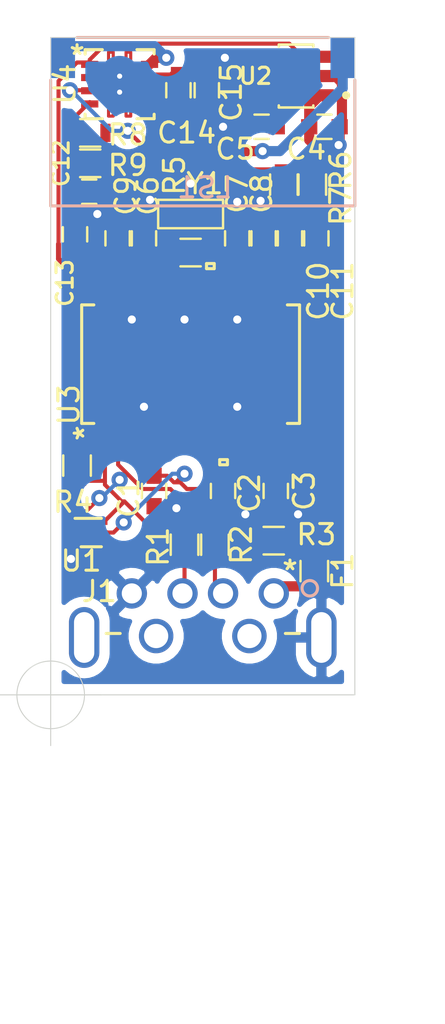
<source format=kicad_pcb>
(kicad_pcb (version 20171130) (host pcbnew "(5.1.8)-1")

  (general
    (thickness 1.6)
    (drawings 7)
    (tracks 223)
    (zones 0)
    (modules 32)
    (nets 39)
  )

  (page A4)
  (layers
    (0 F.Cu signal)
    (31 B.Cu signal)
    (32 B.Adhes user)
    (33 F.Adhes user)
    (34 B.Paste user)
    (35 F.Paste user)
    (36 B.SilkS user)
    (37 F.SilkS user)
    (38 B.Mask user)
    (39 F.Mask user)
    (40 Dwgs.User user)
    (41 Cmts.User user)
    (42 Eco1.User user)
    (43 Eco2.User user)
    (44 Edge.Cuts user)
    (45 Margin user)
    (46 B.CrtYd user)
    (47 F.CrtYd user)
    (48 B.Fab user)
    (49 F.Fab user hide)
  )

  (setup
    (last_trace_width 0.2)
    (user_trace_width 0.1524)
    (user_trace_width 0.2)
    (user_trace_width 0.4)
    (user_trace_width 0.5)
    (user_trace_width 1)
    (user_trace_width 1.2)
    (user_trace_width 2)
    (user_trace_width 3)
    (trace_clearance 0.1524)
    (zone_clearance 0.508)
    (zone_45_only no)
    (trace_min 0.1524)
    (via_size 0.8)
    (via_drill 0.4)
    (via_min_size 0.4)
    (via_min_drill 0.3)
    (user_via 0.9 0.5)
    (user_via 1.2 0.8)
    (user_via 1.4 0.9)
    (user_via 1.5 1)
    (uvia_size 0.3)
    (uvia_drill 0.1)
    (uvias_allowed no)
    (uvia_min_size 0.2)
    (uvia_min_drill 0.1)
    (edge_width 0.05)
    (segment_width 0.2)
    (pcb_text_width 0.3)
    (pcb_text_size 1.5 1.5)
    (mod_edge_width 0.12)
    (mod_text_size 1 1)
    (mod_text_width 0.15)
    (pad_size 1.524 1.524)
    (pad_drill 0.762)
    (pad_to_mask_clearance 0)
    (aux_axis_origin 141 122.4)
    (grid_origin 141 122.4)
    (visible_elements 7FFFFFFF)
    (pcbplotparams
      (layerselection 0x010f0_ffffffff)
      (usegerberextensions true)
      (usegerberattributes false)
      (usegerberadvancedattributes true)
      (creategerberjobfile false)
      (excludeedgelayer true)
      (linewidth 0.152400)
      (plotframeref false)
      (viasonmask false)
      (mode 1)
      (useauxorigin false)
      (hpglpennumber 1)
      (hpglpenspeed 20)
      (hpglpendiameter 15.000000)
      (psnegative false)
      (psa4output false)
      (plotreference true)
      (plotvalue true)
      (plotinvisibletext false)
      (padsonsilk false)
      (subtractmaskfromsilk true)
      (outputformat 1)
      (mirror false)
      (drillshape 0)
      (scaleselection 1)
      (outputdirectory "gerber/"))
  )

  (net 0 "")
  (net 1 GND)
  (net 2 "Net-(C1-Pad1)")
  (net 3 "Net-(C2-Pad2)")
  (net 4 "Net-(C3-Pad2)")
  (net 5 VBUS)
  (net 6 +3V3)
  (net 7 "Net-(C6-Pad1)")
  (net 8 "Net-(C7-Pad1)")
  (net 9 "Net-(C8-Pad1)")
  (net 10 "Net-(C9-Pad1)")
  (net 11 "Net-(C10-Pad2)")
  (net 12 "Net-(C10-Pad1)")
  (net 13 "Net-(C11-Pad1)")
  (net 14 "Net-(C11-Pad2)")
  (net 15 "Net-(C12-Pad2)")
  (net 16 "Net-(F1-Pad2)")
  (net 17 "Net-(LS1-Pad1)")
  (net 18 "Net-(LS1-Pad2)")
  (net 19 "Net-(R1-Pad1)")
  (net 20 "Net-(J1-Pad3)")
  (net 21 "Net-(J1-Pad2)")
  (net 22 "Net-(R2-Pad1)")
  (net 23 "Net-(R5-Pad2)")
  (net 24 "Net-(R5-Pad1)")
  (net 25 "Net-(R6-Pad1)")
  (net 26 "Net-(R8-Pad2)")
  (net 27 "Net-(U1-Pad3)")
  (net 28 "Net-(U1-Pad4)")
  (net 29 EN)
  (net 30 "Net-(U2-Pad4)")
  (net 31 "Net-(U3-Pad5)")
  (net 32 "Net-(U3-Pad6)")
  (net 33 "Net-(U3-Pad7)")
  (net 34 "Net-(U3-Pad12)")
  (net 35 "Net-(U3-Pad13)")
  (net 36 "Net-(U3-Pad24)")
  (net 37 "Net-(U3-Pad25)")
  (net 38 "Net-(U4-Pad2)")

  (net_class Default "This is the default net class."
    (clearance 0.1524)
    (trace_width 0.25)
    (via_dia 0.8)
    (via_drill 0.4)
    (uvia_dia 0.3)
    (uvia_drill 0.1)
    (add_net +3V3)
    (add_net EN)
    (add_net GND)
    (add_net "Net-(C1-Pad1)")
    (add_net "Net-(C10-Pad1)")
    (add_net "Net-(C10-Pad2)")
    (add_net "Net-(C11-Pad1)")
    (add_net "Net-(C11-Pad2)")
    (add_net "Net-(C12-Pad2)")
    (add_net "Net-(C2-Pad2)")
    (add_net "Net-(C3-Pad2)")
    (add_net "Net-(C6-Pad1)")
    (add_net "Net-(C7-Pad1)")
    (add_net "Net-(C8-Pad1)")
    (add_net "Net-(C9-Pad1)")
    (add_net "Net-(F1-Pad2)")
    (add_net "Net-(J1-Pad2)")
    (add_net "Net-(J1-Pad3)")
    (add_net "Net-(LS1-Pad1)")
    (add_net "Net-(LS1-Pad2)")
    (add_net "Net-(R1-Pad1)")
    (add_net "Net-(R2-Pad1)")
    (add_net "Net-(R5-Pad1)")
    (add_net "Net-(R5-Pad2)")
    (add_net "Net-(R6-Pad1)")
    (add_net "Net-(R8-Pad2)")
    (add_net "Net-(U1-Pad3)")
    (add_net "Net-(U1-Pad4)")
    (add_net "Net-(U2-Pad4)")
    (add_net "Net-(U3-Pad12)")
    (add_net "Net-(U3-Pad13)")
    (add_net "Net-(U3-Pad24)")
    (add_net "Net-(U3-Pad25)")
    (add_net "Net-(U3-Pad5)")
    (add_net "Net-(U3-Pad6)")
    (add_net "Net-(U3-Pad7)")
    (add_net "Net-(U4-Pad2)")
    (add_net VBUS)
  )

  (module UP2-AH-1-TH:UP2-AH-1-TH (layer F.Cu) (tedit 600CFAE9) (tstamp 5FFC0C8F)
    (at 152 117.4)
    (path /5FFAFAF7)
    (fp_text reference J1 (at -8.6 -0.1) (layer F.SilkS)
      (effects (font (size 1 1) (thickness 0.15)))
    )
    (fp_text value USB_A (at -3.3 -1.6) (layer F.Fab)
      (effects (font (size 1 1) (thickness 0.15)))
    )
    (fp_text user * (at 0 0) (layer F.Fab)
      (effects (font (size 1 1) (thickness 0.15)))
    )
    (fp_text user * (at 0.8 -1.1) (layer F.SilkS)
      (effects (font (size 1 1) (thickness 0.15)))
    )
    (fp_circle (center 1.819 -0.3) (end 2.2 -0.3) (layer F.Fab) (width 0.1524))
    (fp_circle (center 1.778 -0.254) (end 2.159 -0.254) (layer B.SilkS) (width 0.1524))
    (fp_line (start 1.0033 -1.0033) (end -1.0033 -1.0033) (layer F.CrtYd) (width 0.1524))
    (fp_line (start 1.0033 1.846) (end 1.0033 -1.0033) (layer F.CrtYd) (width 0.1524))
    (fp_line (start 1.342 1.846) (end 1.0033 1.846) (layer F.CrtYd) (width 0.1524))
    (fp_line (start 1.342 0.413994) (end 1.342 1.846) (layer F.CrtYd) (width 0.1524))
    (fp_line (start 3.358 0.413994) (end 1.342 0.413994) (layer F.CrtYd) (width 0.1524))
    (fp_line (start 3.358 3.929994) (end 3.358 0.413994) (layer F.CrtYd) (width 0.1524))
    (fp_line (start 2.619589 3.929994) (end 3.358 3.929994) (layer F.CrtYd) (width 0.1524))
    (fp_line (start 2.748401 21.15) (end 2.619589 3.929994) (layer F.CrtYd) (width 0.1524))
    (fp_line (start -9.748399 21.15) (end 2.748401 21.15) (layer F.CrtYd) (width 0.1524))
    (fp_line (start -9.619588 3.929994) (end -9.748399 21.15) (layer F.CrtYd) (width 0.1524))
    (fp_line (start -10.357999 3.929994) (end -9.619588 3.929994) (layer F.CrtYd) (width 0.1524))
    (fp_line (start -10.357999 0.413994) (end -10.357999 3.929994) (layer F.CrtYd) (width 0.1524))
    (fp_line (start -8.341999 0.413994) (end -10.357999 0.413994) (layer F.CrtYd) (width 0.1524))
    (fp_line (start -8.341999 1.846) (end -8.341999 0.413994) (layer F.CrtYd) (width 0.1524))
    (fp_line (start -8.003298 1.846) (end -8.341999 1.846) (layer F.CrtYd) (width 0.1524))
    (fp_line (start -8.003298 -1.0033) (end -8.003298 1.846) (layer F.CrtYd) (width 0.1524))
    (fp_line (start -5.996698 -1.0033) (end -8.003298 -1.0033) (layer F.CrtYd) (width 0.1524))
    (fp_line (start -5.996698 0.9951) (end -5.996698 -1.0033) (layer F.CrtYd) (width 0.1524))
    (fp_line (start -5.5033 0.9951) (end -5.996698 0.9951) (layer F.CrtYd) (width 0.1524))
    (fp_line (start -5.5033 -1.0033) (end -5.5033 0.9951) (layer F.CrtYd) (width 0.1524))
    (fp_line (start -1.496699 -1.0033) (end -5.5033 -1.0033) (layer F.CrtYd) (width 0.1524))
    (fp_line (start -1.496699 0.9951) (end -1.496699 -1.0033) (layer F.CrtYd) (width 0.1524))
    (fp_line (start -1.0033 0.9951) (end -1.496699 0.9951) (layer F.CrtYd) (width 0.1524))
    (fp_line (start -1.0033 -1.0033) (end -1.0033 0.9951) (layer F.CrtYd) (width 0.1524))
    (fp_line (start -7.574559 1.973) (end -8.263259 1.973) (layer F.SilkS) (width 0.1524))
    (fp_line (start -9.494399 2.1) (end -9.494399 20.896) (layer F.Fab) (width 0.1524))
    (fp_line (start 2.494401 2.1) (end -9.494399 2.1) (layer F.Fab) (width 0.1524))
    (fp_line (start 2.494401 20.896) (end 2.494401 2.1) (layer F.Fab) (width 0.1524))
    (fp_line (start -9.494399 20.896) (end 2.494401 20.896) (layer F.Fab) (width 0.1524))
    (fp_line (start 1.26326 1.973) (end 0.574561 1.973) (layer F.SilkS) (width 0.1524))
    (pad 5 thru_hole oval (at 2.35 2.171994) (size 1.5 3) (drill oval 1 2.5) (layers *.Cu *.Mask)
      (net 1 GND))
    (pad 6 thru_hole oval (at -9.349999 2.171994) (size 1.5 3) (drill oval 1 2.5) (layers *.Cu *.Mask))
    (pad 7 thru_hole circle (at -1.199999 2.1) (size 1.7018 1.7018) (drill 1.1938) (layers *.Cu *.Mask))
    (pad 8 thru_hole circle (at -5.8 2.1) (size 1.7018 1.7018) (drill 1.1938) (layers *.Cu *.Mask))
    (pad 1 thru_hole circle (at 0 0) (size 1.4986 1.4986) (drill 0.9906) (layers *.Cu *.Mask)
      (net 16 "Net-(F1-Pad2)"))
    (pad 2 thru_hole circle (at -2.499999 0) (size 1.4986 1.4986) (drill 0.9906) (layers *.Cu *.Mask)
      (net 21 "Net-(J1-Pad2)"))
    (pad 3 thru_hole circle (at -4.5 0) (size 1.4986 1.4986) (drill 0.9906) (layers *.Cu *.Mask)
      (net 20 "Net-(J1-Pad3)"))
    (pad 4 thru_hole circle (at -6.999998 0) (size 1.4986 1.4986) (drill 0.9906) (layers *.Cu *.Mask)
      (net 1 GND))
    (model ${KIPRJMOD}/UP2-AH-1-TH/CUI_DEVICES_UP2-AH-1-TH.step
      (offset (xyz -3.5 -19.9 0))
      (scale (xyz 1 1 1))
      (rotate (xyz -90 0 -90))
    )
  )

  (module Resistors_SMD:R_0603 (layer F.Cu) (tedit 58E0A804) (tstamp 600D0C00)
    (at 142.95 96.2 180)
    (descr "Resistor SMD 0603, reflow soldering, Vishay (see dcrcw.pdf)")
    (tags "resistor 0603")
    (path /60047D4A)
    (attr smd)
    (fp_text reference R9 (at -1.85 -0.1) (layer F.SilkS)
      (effects (font (size 1 1) (thickness 0.15)))
    )
    (fp_text value 10k (at 0 1.5) (layer F.Fab)
      (effects (font (size 1 1) (thickness 0.15)))
    )
    (fp_line (start 1.25 0.7) (end -1.25 0.7) (layer F.CrtYd) (width 0.05))
    (fp_line (start 1.25 0.7) (end 1.25 -0.7) (layer F.CrtYd) (width 0.05))
    (fp_line (start -1.25 -0.7) (end -1.25 0.7) (layer F.CrtYd) (width 0.05))
    (fp_line (start -1.25 -0.7) (end 1.25 -0.7) (layer F.CrtYd) (width 0.05))
    (fp_line (start -0.5 -0.68) (end 0.5 -0.68) (layer F.SilkS) (width 0.12))
    (fp_line (start 0.5 0.68) (end -0.5 0.68) (layer F.SilkS) (width 0.12))
    (fp_line (start -0.8 -0.4) (end 0.8 -0.4) (layer F.Fab) (width 0.1))
    (fp_line (start 0.8 -0.4) (end 0.8 0.4) (layer F.Fab) (width 0.1))
    (fp_line (start 0.8 0.4) (end -0.8 0.4) (layer F.Fab) (width 0.1))
    (fp_line (start -0.8 0.4) (end -0.8 -0.4) (layer F.Fab) (width 0.1))
    (fp_text user %R (at 0 0) (layer F.Fab)
      (effects (font (size 0.4 0.4) (thickness 0.075)))
    )
    (pad 1 smd rect (at -0.75 0 180) (size 0.5 0.9) (layers F.Cu F.Paste F.Mask)
      (net 15 "Net-(C12-Pad2)"))
    (pad 2 smd rect (at 0.75 0 180) (size 0.5 0.9) (layers F.Cu F.Paste F.Mask)
      (net 26 "Net-(R8-Pad2)"))
    (model ${KISYS3DMOD}/Resistors_SMD.3dshapes/R_0603.wrl
      (at (xyz 0 0 0))
      (scale (xyz 1 1 1))
      (rotate (xyz 0 0 0))
    )
  )

  (module Capacitors_SMD:C_0603 (layer F.Cu) (tedit 59958EE7) (tstamp 600D0A49)
    (at 142.2 99.7 90)
    (descr "Capacitor SMD 0603, reflow soldering, AVX (see smccp.pdf)")
    (tags "capacitor 0603")
    (path /60034B54)
    (attr smd)
    (fp_text reference C13 (at -2.4 -0.5 90) (layer F.SilkS)
      (effects (font (size 0.8 0.8) (thickness 0.15)))
    )
    (fp_text value 0.1u (at 0 1.5 90) (layer F.Fab)
      (effects (font (size 1 1) (thickness 0.15)))
    )
    (fp_line (start -0.8 0.4) (end -0.8 -0.4) (layer F.Fab) (width 0.1))
    (fp_line (start 0.8 0.4) (end -0.8 0.4) (layer F.Fab) (width 0.1))
    (fp_line (start 0.8 -0.4) (end 0.8 0.4) (layer F.Fab) (width 0.1))
    (fp_line (start -0.8 -0.4) (end 0.8 -0.4) (layer F.Fab) (width 0.1))
    (fp_line (start -0.35 -0.6) (end 0.35 -0.6) (layer F.SilkS) (width 0.12))
    (fp_line (start 0.35 0.6) (end -0.35 0.6) (layer F.SilkS) (width 0.12))
    (fp_line (start -1.4 -0.65) (end 1.4 -0.65) (layer F.CrtYd) (width 0.05))
    (fp_line (start -1.4 -0.65) (end -1.4 0.65) (layer F.CrtYd) (width 0.05))
    (fp_line (start 1.4 0.65) (end 1.4 -0.65) (layer F.CrtYd) (width 0.05))
    (fp_line (start 1.4 0.65) (end -1.4 0.65) (layer F.CrtYd) (width 0.05))
    (fp_text user %R (at 0 0 90) (layer F.Fab)
      (effects (font (size 0.3 0.3) (thickness 0.075)))
    )
    (pad 2 smd rect (at 0.75 0 90) (size 0.8 0.75) (layers F.Cu F.Paste F.Mask)
      (net 15 "Net-(C12-Pad2)"))
    (pad 1 smd rect (at -0.75 0 90) (size 0.8 0.75) (layers F.Cu F.Paste F.Mask)
      (net 1 GND))
    (model Capacitors_SMD.3dshapes/C_0603.wrl
      (at (xyz 0 0 0))
      (scale (xyz 1 1 1))
      (rotate (xyz 0 0 0))
    )
  )

  (module Capacitors_SMD:C_0603 (layer F.Cu) (tedit 59958EE7) (tstamp 5FFBF555)
    (at 146.1 112.35 270)
    (descr "Capacitor SMD 0603, reflow soldering, AVX (see smccp.pdf)")
    (tags "capacitor 0603")
    (path /60333F5C)
    (attr smd)
    (fp_text reference C1 (at 0.35 1.25 90) (layer F.SilkS)
      (effects (font (size 1 1) (thickness 0.15)))
    )
    (fp_text value 1u (at 0 1.5 90) (layer F.Fab)
      (effects (font (size 1 1) (thickness 0.15)))
    )
    (fp_line (start -0.8 0.4) (end -0.8 -0.4) (layer F.Fab) (width 0.1))
    (fp_line (start 0.8 0.4) (end -0.8 0.4) (layer F.Fab) (width 0.1))
    (fp_line (start 0.8 -0.4) (end 0.8 0.4) (layer F.Fab) (width 0.1))
    (fp_line (start -0.8 -0.4) (end 0.8 -0.4) (layer F.Fab) (width 0.1))
    (fp_line (start -0.35 -0.6) (end 0.35 -0.6) (layer F.SilkS) (width 0.12))
    (fp_line (start 0.35 0.6) (end -0.35 0.6) (layer F.SilkS) (width 0.12))
    (fp_line (start -1.4 -0.65) (end 1.4 -0.65) (layer F.CrtYd) (width 0.05))
    (fp_line (start -1.4 -0.65) (end -1.4 0.65) (layer F.CrtYd) (width 0.05))
    (fp_line (start 1.4 0.65) (end 1.4 -0.65) (layer F.CrtYd) (width 0.05))
    (fp_line (start 1.4 0.65) (end -1.4 0.65) (layer F.CrtYd) (width 0.05))
    (fp_text user %R (at 0 0 90) (layer F.Fab)
      (effects (font (size 0.3 0.3) (thickness 0.075)))
    )
    (pad 2 smd rect (at 0.75 0 270) (size 0.8 0.75) (layers F.Cu F.Paste F.Mask)
      (net 1 GND))
    (pad 1 smd rect (at -0.75 0 270) (size 0.8 0.75) (layers F.Cu F.Paste F.Mask)
      (net 2 "Net-(C1-Pad1)"))
    (model Capacitors_SMD.3dshapes/C_0603.wrl
      (at (xyz 0 0 0))
      (scale (xyz 1 1 1))
      (rotate (xyz 0 0 0))
    )
  )

  (module Capacitors_SMD:C_0603 (layer F.Cu) (tedit 59958EE7) (tstamp 5FFBF566)
    (at 149.5 112.35 90)
    (descr "Capacitor SMD 0603, reflow soldering, AVX (see smccp.pdf)")
    (tags "capacitor 0603")
    (path /6031E61E)
    (attr smd)
    (fp_text reference C2 (at -0.1 1.3 90) (layer F.SilkS)
      (effects (font (size 1 1) (thickness 0.15)))
    )
    (fp_text value 10u (at 0 1.5 90) (layer F.Fab)
      (effects (font (size 1 1) (thickness 0.15)))
    )
    (fp_line (start -0.8 0.4) (end -0.8 -0.4) (layer F.Fab) (width 0.1))
    (fp_line (start 0.8 0.4) (end -0.8 0.4) (layer F.Fab) (width 0.1))
    (fp_line (start 0.8 -0.4) (end 0.8 0.4) (layer F.Fab) (width 0.1))
    (fp_line (start -0.8 -0.4) (end 0.8 -0.4) (layer F.Fab) (width 0.1))
    (fp_line (start -0.35 -0.6) (end 0.35 -0.6) (layer F.SilkS) (width 0.12))
    (fp_line (start 0.35 0.6) (end -0.35 0.6) (layer F.SilkS) (width 0.12))
    (fp_line (start -1.4 -0.65) (end 1.4 -0.65) (layer F.CrtYd) (width 0.05))
    (fp_line (start -1.4 -0.65) (end -1.4 0.65) (layer F.CrtYd) (width 0.05))
    (fp_line (start 1.4 0.65) (end 1.4 -0.65) (layer F.CrtYd) (width 0.05))
    (fp_line (start 1.4 0.65) (end -1.4 0.65) (layer F.CrtYd) (width 0.05))
    (fp_text user %R (at 0 0 90) (layer F.Fab)
      (effects (font (size 0.3 0.3) (thickness 0.075)))
    )
    (pad 2 smd rect (at 0.75 0 90) (size 0.8 0.75) (layers F.Cu F.Paste F.Mask)
      (net 3 "Net-(C2-Pad2)"))
    (pad 1 smd rect (at -0.75 0 90) (size 0.8 0.75) (layers F.Cu F.Paste F.Mask)
      (net 1 GND))
    (model Capacitors_SMD.3dshapes/C_0603.wrl
      (at (xyz 0 0 0))
      (scale (xyz 1 1 1))
      (rotate (xyz 0 0 0))
    )
  )

  (module Capacitors_SMD:C_0603 (layer F.Cu) (tedit 59958EE7) (tstamp 5FFBF577)
    (at 152.1 112.35 90)
    (descr "Capacitor SMD 0603, reflow soldering, AVX (see smccp.pdf)")
    (tags "capacitor 0603")
    (path /60326D4D)
    (attr smd)
    (fp_text reference C3 (at 0 1.4 90) (layer F.SilkS)
      (effects (font (size 1 1) (thickness 0.15)))
    )
    (fp_text value 10u (at 0 1.5 90) (layer F.Fab)
      (effects (font (size 1 1) (thickness 0.15)))
    )
    (fp_line (start 1.4 0.65) (end -1.4 0.65) (layer F.CrtYd) (width 0.05))
    (fp_line (start 1.4 0.65) (end 1.4 -0.65) (layer F.CrtYd) (width 0.05))
    (fp_line (start -1.4 -0.65) (end -1.4 0.65) (layer F.CrtYd) (width 0.05))
    (fp_line (start -1.4 -0.65) (end 1.4 -0.65) (layer F.CrtYd) (width 0.05))
    (fp_line (start 0.35 0.6) (end -0.35 0.6) (layer F.SilkS) (width 0.12))
    (fp_line (start -0.35 -0.6) (end 0.35 -0.6) (layer F.SilkS) (width 0.12))
    (fp_line (start -0.8 -0.4) (end 0.8 -0.4) (layer F.Fab) (width 0.1))
    (fp_line (start 0.8 -0.4) (end 0.8 0.4) (layer F.Fab) (width 0.1))
    (fp_line (start 0.8 0.4) (end -0.8 0.4) (layer F.Fab) (width 0.1))
    (fp_line (start -0.8 0.4) (end -0.8 -0.4) (layer F.Fab) (width 0.1))
    (fp_text user %R (at 0 0 90) (layer F.Fab)
      (effects (font (size 0.3 0.3) (thickness 0.075)))
    )
    (pad 1 smd rect (at -0.75 0 90) (size 0.8 0.75) (layers F.Cu F.Paste F.Mask)
      (net 1 GND))
    (pad 2 smd rect (at 0.75 0 90) (size 0.8 0.75) (layers F.Cu F.Paste F.Mask)
      (net 4 "Net-(C3-Pad2)"))
    (model Capacitors_SMD.3dshapes/C_0603.wrl
      (at (xyz 0 0 0))
      (scale (xyz 1 1 1))
      (rotate (xyz 0 0 0))
    )
  )

  (module Capacitors_SMD:C_0603 (layer F.Cu) (tedit 59958EE7) (tstamp 5FFBF588)
    (at 154.5 94.4)
    (descr "Capacitor SMD 0603, reflow soldering, AVX (see smccp.pdf)")
    (tags "capacitor 0603")
    (path /603051E9)
    (attr smd)
    (fp_text reference C4 (at -0.9 1.1) (layer F.SilkS)
      (effects (font (size 1 1) (thickness 0.15)))
    )
    (fp_text value 1u (at 0 1.5) (layer F.Fab)
      (effects (font (size 1 1) (thickness 0.15)))
    )
    (fp_line (start 1.4 0.65) (end -1.4 0.65) (layer F.CrtYd) (width 0.05))
    (fp_line (start 1.4 0.65) (end 1.4 -0.65) (layer F.CrtYd) (width 0.05))
    (fp_line (start -1.4 -0.65) (end -1.4 0.65) (layer F.CrtYd) (width 0.05))
    (fp_line (start -1.4 -0.65) (end 1.4 -0.65) (layer F.CrtYd) (width 0.05))
    (fp_line (start 0.35 0.6) (end -0.35 0.6) (layer F.SilkS) (width 0.12))
    (fp_line (start -0.35 -0.6) (end 0.35 -0.6) (layer F.SilkS) (width 0.12))
    (fp_line (start -0.8 -0.4) (end 0.8 -0.4) (layer F.Fab) (width 0.1))
    (fp_line (start 0.8 -0.4) (end 0.8 0.4) (layer F.Fab) (width 0.1))
    (fp_line (start 0.8 0.4) (end -0.8 0.4) (layer F.Fab) (width 0.1))
    (fp_line (start -0.8 0.4) (end -0.8 -0.4) (layer F.Fab) (width 0.1))
    (fp_text user %R (at 0 0) (layer F.Fab)
      (effects (font (size 0.3 0.3) (thickness 0.075)))
    )
    (pad 1 smd rect (at -0.75 0) (size 0.8 0.75) (layers F.Cu F.Paste F.Mask)
      (net 5 VBUS))
    (pad 2 smd rect (at 0.75 0) (size 0.8 0.75) (layers F.Cu F.Paste F.Mask)
      (net 1 GND))
    (model Capacitors_SMD.3dshapes/C_0603.wrl
      (at (xyz 0 0 0))
      (scale (xyz 1 1 1))
      (rotate (xyz 0 0 0))
    )
  )

  (module Capacitors_SMD:C_0603 (layer F.Cu) (tedit 59958EE7) (tstamp 5FFBF599)
    (at 151.4 94.4 180)
    (descr "Capacitor SMD 0603, reflow soldering, AVX (see smccp.pdf)")
    (tags "capacitor 0603")
    (path /603027BA)
    (attr smd)
    (fp_text reference C5 (at 1.3 -1.1) (layer F.SilkS)
      (effects (font (size 1 1) (thickness 0.15)))
    )
    (fp_text value 1u (at 0 1.5) (layer F.Fab)
      (effects (font (size 1 1) (thickness 0.15)))
    )
    (fp_line (start 1.4 0.65) (end -1.4 0.65) (layer F.CrtYd) (width 0.05))
    (fp_line (start 1.4 0.65) (end 1.4 -0.65) (layer F.CrtYd) (width 0.05))
    (fp_line (start -1.4 -0.65) (end -1.4 0.65) (layer F.CrtYd) (width 0.05))
    (fp_line (start -1.4 -0.65) (end 1.4 -0.65) (layer F.CrtYd) (width 0.05))
    (fp_line (start 0.35 0.6) (end -0.35 0.6) (layer F.SilkS) (width 0.12))
    (fp_line (start -0.35 -0.6) (end 0.35 -0.6) (layer F.SilkS) (width 0.12))
    (fp_line (start -0.8 -0.4) (end 0.8 -0.4) (layer F.Fab) (width 0.1))
    (fp_line (start 0.8 -0.4) (end 0.8 0.4) (layer F.Fab) (width 0.1))
    (fp_line (start 0.8 0.4) (end -0.8 0.4) (layer F.Fab) (width 0.1))
    (fp_line (start -0.8 0.4) (end -0.8 -0.4) (layer F.Fab) (width 0.1))
    (fp_text user %R (at 0 0) (layer F.Fab)
      (effects (font (size 0.3 0.3) (thickness 0.075)))
    )
    (pad 1 smd rect (at -0.75 0 180) (size 0.8 0.75) (layers F.Cu F.Paste F.Mask)
      (net 6 +3V3))
    (pad 2 smd rect (at 0.75 0 180) (size 0.8 0.75) (layers F.Cu F.Paste F.Mask)
      (net 1 GND))
    (model Capacitors_SMD.3dshapes/C_0603.wrl
      (at (xyz 0 0 0))
      (scale (xyz 1 1 1))
      (rotate (xyz 0 0 0))
    )
  )

  (module Capacitors_SMD:C_0603 (layer F.Cu) (tedit 59958EE7) (tstamp 5FFBF5AA)
    (at 145.6 99.9 90)
    (descr "Capacitor SMD 0603, reflow soldering, AVX (see smccp.pdf)")
    (tags "capacitor 0603")
    (path /60342B10)
    (attr smd)
    (fp_text reference C6 (at 2.1 0.2 90) (layer F.SilkS)
      (effects (font (size 1 1) (thickness 0.15)))
    )
    (fp_text value 1u (at 0 1.5 90) (layer F.Fab)
      (effects (font (size 1 1) (thickness 0.15)))
    )
    (fp_line (start 1.4 0.65) (end -1.4 0.65) (layer F.CrtYd) (width 0.05))
    (fp_line (start 1.4 0.65) (end 1.4 -0.65) (layer F.CrtYd) (width 0.05))
    (fp_line (start -1.4 -0.65) (end -1.4 0.65) (layer F.CrtYd) (width 0.05))
    (fp_line (start -1.4 -0.65) (end 1.4 -0.65) (layer F.CrtYd) (width 0.05))
    (fp_line (start 0.35 0.6) (end -0.35 0.6) (layer F.SilkS) (width 0.12))
    (fp_line (start -0.35 -0.6) (end 0.35 -0.6) (layer F.SilkS) (width 0.12))
    (fp_line (start -0.8 -0.4) (end 0.8 -0.4) (layer F.Fab) (width 0.1))
    (fp_line (start 0.8 -0.4) (end 0.8 0.4) (layer F.Fab) (width 0.1))
    (fp_line (start 0.8 0.4) (end -0.8 0.4) (layer F.Fab) (width 0.1))
    (fp_line (start -0.8 0.4) (end -0.8 -0.4) (layer F.Fab) (width 0.1))
    (fp_text user %R (at 0 0 90) (layer F.Fab)
      (effects (font (size 0.3 0.3) (thickness 0.075)))
    )
    (pad 1 smd rect (at -0.75 0 90) (size 0.8 0.75) (layers F.Cu F.Paste F.Mask)
      (net 7 "Net-(C6-Pad1)"))
    (pad 2 smd rect (at 0.75 0 90) (size 0.8 0.75) (layers F.Cu F.Paste F.Mask)
      (net 1 GND))
    (model Capacitors_SMD.3dshapes/C_0603.wrl
      (at (xyz 0 0 0))
      (scale (xyz 1 1 1))
      (rotate (xyz 0 0 0))
    )
  )

  (module Capacitors_SMD:C_0603 (layer F.Cu) (tedit 59958EE7) (tstamp 5FFBF5BB)
    (at 150.2 99.9 90)
    (descr "Capacitor SMD 0603, reflow soldering, AVX (see smccp.pdf)")
    (tags "capacitor 0603")
    (path /6034DA56)
    (attr smd)
    (fp_text reference C7 (at 2.2 0 90) (layer F.SilkS)
      (effects (font (size 1 1) (thickness 0.15)))
    )
    (fp_text value 1u (at 0 1.5 90) (layer F.Fab)
      (effects (font (size 1 1) (thickness 0.15)))
    )
    (fp_line (start -0.8 0.4) (end -0.8 -0.4) (layer F.Fab) (width 0.1))
    (fp_line (start 0.8 0.4) (end -0.8 0.4) (layer F.Fab) (width 0.1))
    (fp_line (start 0.8 -0.4) (end 0.8 0.4) (layer F.Fab) (width 0.1))
    (fp_line (start -0.8 -0.4) (end 0.8 -0.4) (layer F.Fab) (width 0.1))
    (fp_line (start -0.35 -0.6) (end 0.35 -0.6) (layer F.SilkS) (width 0.12))
    (fp_line (start 0.35 0.6) (end -0.35 0.6) (layer F.SilkS) (width 0.12))
    (fp_line (start -1.4 -0.65) (end 1.4 -0.65) (layer F.CrtYd) (width 0.05))
    (fp_line (start -1.4 -0.65) (end -1.4 0.65) (layer F.CrtYd) (width 0.05))
    (fp_line (start 1.4 0.65) (end 1.4 -0.65) (layer F.CrtYd) (width 0.05))
    (fp_line (start 1.4 0.65) (end -1.4 0.65) (layer F.CrtYd) (width 0.05))
    (fp_text user %R (at 0 0 90) (layer F.Fab)
      (effects (font (size 0.3 0.3) (thickness 0.075)))
    )
    (pad 2 smd rect (at 0.75 0 90) (size 0.8 0.75) (layers F.Cu F.Paste F.Mask)
      (net 1 GND))
    (pad 1 smd rect (at -0.75 0 90) (size 0.8 0.75) (layers F.Cu F.Paste F.Mask)
      (net 8 "Net-(C7-Pad1)"))
    (model Capacitors_SMD.3dshapes/C_0603.wrl
      (at (xyz 0 0 0))
      (scale (xyz 1 1 1))
      (rotate (xyz 0 0 0))
    )
  )

  (module Capacitors_SMD:C_0603 (layer F.Cu) (tedit 59958EE7) (tstamp 5FFBF5CC)
    (at 151.5 99.9 90)
    (descr "Capacitor SMD 0603, reflow soldering, AVX (see smccp.pdf)")
    (tags "capacitor 0603")
    (path /60353D7C)
    (attr smd)
    (fp_text reference C8 (at 2.2 -0.1 90) (layer F.SilkS)
      (effects (font (size 1 1) (thickness 0.15)))
    )
    (fp_text value 1u (at 0 1.5 90) (layer F.Fab)
      (effects (font (size 1 1) (thickness 0.15)))
    )
    (fp_line (start -0.8 0.4) (end -0.8 -0.4) (layer F.Fab) (width 0.1))
    (fp_line (start 0.8 0.4) (end -0.8 0.4) (layer F.Fab) (width 0.1))
    (fp_line (start 0.8 -0.4) (end 0.8 0.4) (layer F.Fab) (width 0.1))
    (fp_line (start -0.8 -0.4) (end 0.8 -0.4) (layer F.Fab) (width 0.1))
    (fp_line (start -0.35 -0.6) (end 0.35 -0.6) (layer F.SilkS) (width 0.12))
    (fp_line (start 0.35 0.6) (end -0.35 0.6) (layer F.SilkS) (width 0.12))
    (fp_line (start -1.4 -0.65) (end 1.4 -0.65) (layer F.CrtYd) (width 0.05))
    (fp_line (start -1.4 -0.65) (end -1.4 0.65) (layer F.CrtYd) (width 0.05))
    (fp_line (start 1.4 0.65) (end 1.4 -0.65) (layer F.CrtYd) (width 0.05))
    (fp_line (start 1.4 0.65) (end -1.4 0.65) (layer F.CrtYd) (width 0.05))
    (fp_text user %R (at 0 0 90) (layer F.Fab)
      (effects (font (size 0.3 0.3) (thickness 0.075)))
    )
    (pad 2 smd rect (at 0.75 0 90) (size 0.8 0.75) (layers F.Cu F.Paste F.Mask)
      (net 1 GND))
    (pad 1 smd rect (at -0.75 0 90) (size 0.8 0.75) (layers F.Cu F.Paste F.Mask)
      (net 9 "Net-(C8-Pad1)"))
    (model Capacitors_SMD.3dshapes/C_0603.wrl
      (at (xyz 0 0 0))
      (scale (xyz 1 1 1))
      (rotate (xyz 0 0 0))
    )
  )

  (module Capacitors_SMD:C_0603 (layer F.Cu) (tedit 59958EE7) (tstamp 5FFBF5DD)
    (at 144.3 99.9 90)
    (descr "Capacitor SMD 0603, reflow soldering, AVX (see smccp.pdf)")
    (tags "capacitor 0603")
    (path /5FFFE9DE)
    (attr smd)
    (fp_text reference C9 (at 2.1 0.4 90) (layer F.SilkS)
      (effects (font (size 1 1) (thickness 0.15)))
    )
    (fp_text value 1u (at 0 1.5 90) (layer F.Fab)
      (effects (font (size 1 1) (thickness 0.15)))
    )
    (fp_line (start 1.4 0.65) (end -1.4 0.65) (layer F.CrtYd) (width 0.05))
    (fp_line (start 1.4 0.65) (end 1.4 -0.65) (layer F.CrtYd) (width 0.05))
    (fp_line (start -1.4 -0.65) (end -1.4 0.65) (layer F.CrtYd) (width 0.05))
    (fp_line (start -1.4 -0.65) (end 1.4 -0.65) (layer F.CrtYd) (width 0.05))
    (fp_line (start 0.35 0.6) (end -0.35 0.6) (layer F.SilkS) (width 0.12))
    (fp_line (start -0.35 -0.6) (end 0.35 -0.6) (layer F.SilkS) (width 0.12))
    (fp_line (start -0.8 -0.4) (end 0.8 -0.4) (layer F.Fab) (width 0.1))
    (fp_line (start 0.8 -0.4) (end 0.8 0.4) (layer F.Fab) (width 0.1))
    (fp_line (start 0.8 0.4) (end -0.8 0.4) (layer F.Fab) (width 0.1))
    (fp_line (start -0.8 0.4) (end -0.8 -0.4) (layer F.Fab) (width 0.1))
    (fp_text user %R (at 0 0 90) (layer F.Fab)
      (effects (font (size 0.3 0.3) (thickness 0.075)))
    )
    (pad 1 smd rect (at -0.75 0 90) (size 0.8 0.75) (layers F.Cu F.Paste F.Mask)
      (net 10 "Net-(C9-Pad1)"))
    (pad 2 smd rect (at 0.75 0 90) (size 0.8 0.75) (layers F.Cu F.Paste F.Mask)
      (net 1 GND))
    (model Capacitors_SMD.3dshapes/C_0603.wrl
      (at (xyz 0 0 0))
      (scale (xyz 1 1 1))
      (rotate (xyz 0 0 0))
    )
  )

  (module Capacitors_SMD:C_0603 (layer F.Cu) (tedit 59958EE7) (tstamp 5FFBF5EE)
    (at 152.8 99.9 270)
    (descr "Capacitor SMD 0603, reflow soldering, AVX (see smccp.pdf)")
    (tags "capacitor 0603")
    (path /602F9952)
    (attr smd)
    (fp_text reference C10 (at 2.6 -1.4 90) (layer F.SilkS)
      (effects (font (size 1 1) (thickness 0.15)))
    )
    (fp_text value 0.1u (at 0 1.5 90) (layer F.Fab)
      (effects (font (size 1 1) (thickness 0.15)))
    )
    (fp_line (start -0.8 0.4) (end -0.8 -0.4) (layer F.Fab) (width 0.1))
    (fp_line (start 0.8 0.4) (end -0.8 0.4) (layer F.Fab) (width 0.1))
    (fp_line (start 0.8 -0.4) (end 0.8 0.4) (layer F.Fab) (width 0.1))
    (fp_line (start -0.8 -0.4) (end 0.8 -0.4) (layer F.Fab) (width 0.1))
    (fp_line (start -0.35 -0.6) (end 0.35 -0.6) (layer F.SilkS) (width 0.12))
    (fp_line (start 0.35 0.6) (end -0.35 0.6) (layer F.SilkS) (width 0.12))
    (fp_line (start -1.4 -0.65) (end 1.4 -0.65) (layer F.CrtYd) (width 0.05))
    (fp_line (start -1.4 -0.65) (end -1.4 0.65) (layer F.CrtYd) (width 0.05))
    (fp_line (start 1.4 0.65) (end 1.4 -0.65) (layer F.CrtYd) (width 0.05))
    (fp_line (start 1.4 0.65) (end -1.4 0.65) (layer F.CrtYd) (width 0.05))
    (fp_text user %R (at 0 0 90) (layer F.Fab)
      (effects (font (size 0.3 0.3) (thickness 0.075)))
    )
    (pad 2 smd rect (at 0.75 0 270) (size 0.8 0.75) (layers F.Cu F.Paste F.Mask)
      (net 11 "Net-(C10-Pad2)"))
    (pad 1 smd rect (at -0.75 0 270) (size 0.8 0.75) (layers F.Cu F.Paste F.Mask)
      (net 12 "Net-(C10-Pad1)"))
    (model Capacitors_SMD.3dshapes/C_0603.wrl
      (at (xyz 0 0 0))
      (scale (xyz 1 1 1))
      (rotate (xyz 0 0 0))
    )
  )

  (module Capacitors_SMD:C_0603 (layer F.Cu) (tedit 59958EE7) (tstamp 5FFBF5FF)
    (at 154.1 99.9 90)
    (descr "Capacitor SMD 0603, reflow soldering, AVX (see smccp.pdf)")
    (tags "capacitor 0603")
    (path /602FC4EC)
    (attr smd)
    (fp_text reference C11 (at -2.6 1.3 90) (layer F.SilkS)
      (effects (font (size 1 1) (thickness 0.15)))
    )
    (fp_text value 0.1u (at 0 1.5 90) (layer F.Fab)
      (effects (font (size 1 1) (thickness 0.15)))
    )
    (fp_line (start 1.4 0.65) (end -1.4 0.65) (layer F.CrtYd) (width 0.05))
    (fp_line (start 1.4 0.65) (end 1.4 -0.65) (layer F.CrtYd) (width 0.05))
    (fp_line (start -1.4 -0.65) (end -1.4 0.65) (layer F.CrtYd) (width 0.05))
    (fp_line (start -1.4 -0.65) (end 1.4 -0.65) (layer F.CrtYd) (width 0.05))
    (fp_line (start 0.35 0.6) (end -0.35 0.6) (layer F.SilkS) (width 0.12))
    (fp_line (start -0.35 -0.6) (end 0.35 -0.6) (layer F.SilkS) (width 0.12))
    (fp_line (start -0.8 -0.4) (end 0.8 -0.4) (layer F.Fab) (width 0.1))
    (fp_line (start 0.8 -0.4) (end 0.8 0.4) (layer F.Fab) (width 0.1))
    (fp_line (start 0.8 0.4) (end -0.8 0.4) (layer F.Fab) (width 0.1))
    (fp_line (start -0.8 0.4) (end -0.8 -0.4) (layer F.Fab) (width 0.1))
    (fp_text user %R (at 0 0 90) (layer F.Fab)
      (effects (font (size 0.3 0.3) (thickness 0.075)))
    )
    (pad 1 smd rect (at -0.75 0 90) (size 0.8 0.75) (layers F.Cu F.Paste F.Mask)
      (net 13 "Net-(C11-Pad1)"))
    (pad 2 smd rect (at 0.75 0 90) (size 0.8 0.75) (layers F.Cu F.Paste F.Mask)
      (net 14 "Net-(C11-Pad2)"))
    (model Capacitors_SMD.3dshapes/C_0603.wrl
      (at (xyz 0 0 0))
      (scale (xyz 1 1 1))
      (rotate (xyz 0 0 0))
    )
  )

  (module Capacitors_SMD:C_0603 (layer F.Cu) (tedit 59958EE7) (tstamp 5FFBF610)
    (at 142.9 97.6 180)
    (descr "Capacitor SMD 0603, reflow soldering, AVX (see smccp.pdf)")
    (tags "capacitor 0603")
    (path /600D2F93)
    (attr smd)
    (fp_text reference C12 (at 1.4 1.4 270) (layer F.SilkS)
      (effects (font (size 0.8 0.8) (thickness 0.15)))
    )
    (fp_text value 0.1u (at 0 1.5) (layer F.Fab)
      (effects (font (size 1 1) (thickness 0.15)))
    )
    (fp_line (start -0.8 0.4) (end -0.8 -0.4) (layer F.Fab) (width 0.1))
    (fp_line (start 0.8 0.4) (end -0.8 0.4) (layer F.Fab) (width 0.1))
    (fp_line (start 0.8 -0.4) (end 0.8 0.4) (layer F.Fab) (width 0.1))
    (fp_line (start -0.8 -0.4) (end 0.8 -0.4) (layer F.Fab) (width 0.1))
    (fp_line (start -0.35 -0.6) (end 0.35 -0.6) (layer F.SilkS) (width 0.12))
    (fp_line (start 0.35 0.6) (end -0.35 0.6) (layer F.SilkS) (width 0.12))
    (fp_line (start -1.4 -0.65) (end 1.4 -0.65) (layer F.CrtYd) (width 0.05))
    (fp_line (start -1.4 -0.65) (end -1.4 0.65) (layer F.CrtYd) (width 0.05))
    (fp_line (start 1.4 0.65) (end 1.4 -0.65) (layer F.CrtYd) (width 0.05))
    (fp_line (start 1.4 0.65) (end -1.4 0.65) (layer F.CrtYd) (width 0.05))
    (fp_text user %R (at 0 0) (layer F.Fab)
      (effects (font (size 0.3 0.3) (thickness 0.075)))
    )
    (pad 2 smd rect (at 0.75 0 180) (size 0.8 0.75) (layers F.Cu F.Paste F.Mask)
      (net 15 "Net-(C12-Pad2)"))
    (pad 1 smd rect (at -0.75 0 180) (size 0.8 0.75) (layers F.Cu F.Paste F.Mask)
      (net 1 GND))
    (model Capacitors_SMD.3dshapes/C_0603.wrl
      (at (xyz 0 0 0))
      (scale (xyz 1 1 1))
      (rotate (xyz 0 0 0))
    )
  )

  (module Capacitors_SMD:C_0603 (layer F.Cu) (tedit 59958EE7) (tstamp 5FFBF621)
    (at 147.3 92.6 90)
    (descr "Capacitor SMD 0603, reflow soldering, AVX (see smccp.pdf)")
    (tags "capacitor 0603")
    (path /60069DFD)
    (attr smd)
    (fp_text reference C14 (at -2.1 0.4 180) (layer F.SilkS)
      (effects (font (size 1 1) (thickness 0.15)))
    )
    (fp_text value 1u (at 0 1.5 90) (layer F.Fab)
      (effects (font (size 1 1) (thickness 0.15)))
    )
    (fp_line (start 1.4 0.65) (end -1.4 0.65) (layer F.CrtYd) (width 0.05))
    (fp_line (start 1.4 0.65) (end 1.4 -0.65) (layer F.CrtYd) (width 0.05))
    (fp_line (start -1.4 -0.65) (end -1.4 0.65) (layer F.CrtYd) (width 0.05))
    (fp_line (start -1.4 -0.65) (end 1.4 -0.65) (layer F.CrtYd) (width 0.05))
    (fp_line (start 0.35 0.6) (end -0.35 0.6) (layer F.SilkS) (width 0.12))
    (fp_line (start -0.35 -0.6) (end 0.35 -0.6) (layer F.SilkS) (width 0.12))
    (fp_line (start -0.8 -0.4) (end 0.8 -0.4) (layer F.Fab) (width 0.1))
    (fp_line (start 0.8 -0.4) (end 0.8 0.4) (layer F.Fab) (width 0.1))
    (fp_line (start 0.8 0.4) (end -0.8 0.4) (layer F.Fab) (width 0.1))
    (fp_line (start -0.8 0.4) (end -0.8 -0.4) (layer F.Fab) (width 0.1))
    (fp_text user %R (at 0 0 90) (layer F.Fab)
      (effects (font (size 0.3 0.3) (thickness 0.075)))
    )
    (pad 1 smd rect (at -0.75 0 90) (size 0.8 0.75) (layers F.Cu F.Paste F.Mask)
      (net 6 +3V3))
    (pad 2 smd rect (at 0.75 0 90) (size 0.8 0.75) (layers F.Cu F.Paste F.Mask)
      (net 1 GND))
    (model Capacitors_SMD.3dshapes/C_0603.wrl
      (at (xyz 0 0 0))
      (scale (xyz 1 1 1))
      (rotate (xyz 0 0 0))
    )
  )

  (module Capacitors_SMD:C_0603 (layer F.Cu) (tedit 59958EE7) (tstamp 5FFBF632)
    (at 148.7 92.6 90)
    (descr "Capacitor SMD 0603, reflow soldering, AVX (see smccp.pdf)")
    (tags "capacitor 0603")
    (path /600667BF)
    (attr smd)
    (fp_text reference C15 (at -0.1 1.2 90) (layer F.SilkS)
      (effects (font (size 1 1) (thickness 0.15)))
    )
    (fp_text value 10u (at 0 1.5 90) (layer F.Fab)
      (effects (font (size 1 1) (thickness 0.15)))
    )
    (fp_line (start -0.8 0.4) (end -0.8 -0.4) (layer F.Fab) (width 0.1))
    (fp_line (start 0.8 0.4) (end -0.8 0.4) (layer F.Fab) (width 0.1))
    (fp_line (start 0.8 -0.4) (end 0.8 0.4) (layer F.Fab) (width 0.1))
    (fp_line (start -0.8 -0.4) (end 0.8 -0.4) (layer F.Fab) (width 0.1))
    (fp_line (start -0.35 -0.6) (end 0.35 -0.6) (layer F.SilkS) (width 0.12))
    (fp_line (start 0.35 0.6) (end -0.35 0.6) (layer F.SilkS) (width 0.12))
    (fp_line (start -1.4 -0.65) (end 1.4 -0.65) (layer F.CrtYd) (width 0.05))
    (fp_line (start -1.4 -0.65) (end -1.4 0.65) (layer F.CrtYd) (width 0.05))
    (fp_line (start 1.4 0.65) (end 1.4 -0.65) (layer F.CrtYd) (width 0.05))
    (fp_line (start 1.4 0.65) (end -1.4 0.65) (layer F.CrtYd) (width 0.05))
    (fp_text user %R (at 0 0 90) (layer F.Fab)
      (effects (font (size 0.3 0.3) (thickness 0.075)))
    )
    (pad 2 smd rect (at 0.75 0 90) (size 0.8 0.75) (layers F.Cu F.Paste F.Mask)
      (net 1 GND))
    (pad 1 smd rect (at -0.75 0 90) (size 0.8 0.75) (layers F.Cu F.Paste F.Mask)
      (net 6 +3V3))
    (model Capacitors_SMD.3dshapes/C_0603.wrl
      (at (xyz 0 0 0))
      (scale (xyz 1 1 1))
      (rotate (xyz 0 0 0))
    )
  )

  (module Resistors_SMD:R_0603 (layer F.Cu) (tedit 58E0A804) (tstamp 5FFBF643)
    (at 154 116.3 270)
    (descr "Resistor SMD 0603, reflow soldering, Vishay (see dcrcw.pdf)")
    (tags "resistor 0603")
    (path /601BFAC6)
    (attr smd)
    (fp_text reference F1 (at 0 -1.4 90) (layer F.SilkS)
      (effects (font (size 1 1) (thickness 0.15)))
    )
    (fp_text value " MF-FSMF 0.5A" (at 0 1.5 90) (layer F.Fab)
      (effects (font (size 1 1) (thickness 0.15)))
    )
    (fp_line (start -0.8 0.4) (end -0.8 -0.4) (layer F.Fab) (width 0.1))
    (fp_line (start 0.8 0.4) (end -0.8 0.4) (layer F.Fab) (width 0.1))
    (fp_line (start 0.8 -0.4) (end 0.8 0.4) (layer F.Fab) (width 0.1))
    (fp_line (start -0.8 -0.4) (end 0.8 -0.4) (layer F.Fab) (width 0.1))
    (fp_line (start 0.5 0.68) (end -0.5 0.68) (layer F.SilkS) (width 0.12))
    (fp_line (start -0.5 -0.68) (end 0.5 -0.68) (layer F.SilkS) (width 0.12))
    (fp_line (start -1.25 -0.7) (end 1.25 -0.7) (layer F.CrtYd) (width 0.05))
    (fp_line (start -1.25 -0.7) (end -1.25 0.7) (layer F.CrtYd) (width 0.05))
    (fp_line (start 1.25 0.7) (end 1.25 -0.7) (layer F.CrtYd) (width 0.05))
    (fp_line (start 1.25 0.7) (end -1.25 0.7) (layer F.CrtYd) (width 0.05))
    (fp_text user %R (at 0 0 90) (layer F.Fab)
      (effects (font (size 0.4 0.4) (thickness 0.075)))
    )
    (pad 2 smd rect (at 0.75 0 270) (size 0.5 0.9) (layers F.Cu F.Paste F.Mask)
      (net 16 "Net-(F1-Pad2)"))
    (pad 1 smd rect (at -0.75 0 270) (size 0.5 0.9) (layers F.Cu F.Paste F.Mask)
      (net 5 VBUS))
    (model ${KISYS3DMOD}/Resistors_SMD.3dshapes/R_0603.wrl
      (at (xyz 0 0 0))
      (scale (xyz 1 1 1))
      (rotate (xyz 0 0 0))
    )
  )

  (module SP-1508:SP-1508 (layer B.Cu) (tedit 5FFBEBDB) (tstamp 5FFBF64D)
    (at 148.5 94.1)
    (path /600B857F)
    (fp_text reference LS1 (at 0.1 3.3) (layer B.SilkS)
      (effects (font (size 1 1) (thickness 0.15)) (justify mirror))
    )
    (fp_text value SP-1508 (at 0.3 -5.1) (layer B.Fab)
      (effects (font (size 1 1) (thickness 0.15)) (justify mirror))
    )
    (fp_line (start -7.5 4.2) (end -7.5 -2) (layer B.SilkS) (width 0.15))
    (fp_line (start 7.5 4.2) (end -7.5 4.2) (layer B.SilkS) (width 0.15))
    (fp_line (start 7.5 -2) (end 7.5 4.2) (layer B.SilkS) (width 0.15))
    (fp_line (start -6.2 -4.1) (end 6.2 -4.1) (layer B.SilkS) (width 0.15))
    (pad 1 smd rect (at -6.9 -3.1) (size 1.2 2) (layers B.Cu B.Paste B.Mask)
      (net 17 "Net-(LS1-Pad1)"))
    (pad 2 smd rect (at 6.9 -3.1) (size 1.2 2) (layers B.Cu B.Paste B.Mask)
      (net 18 "Net-(LS1-Pad2)"))
    (model ${KIPRJMOD}/SP-1508/SP-1508.step
      (offset (xyz 0 0 2.6))
      (scale (xyz 1 1 1))
      (rotate (xyz -90 0 180))
    )
  )

  (module Resistors_SMD:R_0603 (layer F.Cu) (tedit 58E0A804) (tstamp 5FFBF65E)
    (at 147.6 115 270)
    (descr "Resistor SMD 0603, reflow soldering, Vishay (see dcrcw.pdf)")
    (tags "resistor 0603")
    (path /5FFBE9AE)
    (attr smd)
    (fp_text reference R1 (at 0.1 1.3 90) (layer F.SilkS)
      (effects (font (size 1 1) (thickness 0.15)))
    )
    (fp_text value 22 (at 0 1.5 90) (layer F.Fab)
      (effects (font (size 1 1) (thickness 0.15)))
    )
    (fp_line (start 1.25 0.7) (end -1.25 0.7) (layer F.CrtYd) (width 0.05))
    (fp_line (start 1.25 0.7) (end 1.25 -0.7) (layer F.CrtYd) (width 0.05))
    (fp_line (start -1.25 -0.7) (end -1.25 0.7) (layer F.CrtYd) (width 0.05))
    (fp_line (start -1.25 -0.7) (end 1.25 -0.7) (layer F.CrtYd) (width 0.05))
    (fp_line (start -0.5 -0.68) (end 0.5 -0.68) (layer F.SilkS) (width 0.12))
    (fp_line (start 0.5 0.68) (end -0.5 0.68) (layer F.SilkS) (width 0.12))
    (fp_line (start -0.8 -0.4) (end 0.8 -0.4) (layer F.Fab) (width 0.1))
    (fp_line (start 0.8 -0.4) (end 0.8 0.4) (layer F.Fab) (width 0.1))
    (fp_line (start 0.8 0.4) (end -0.8 0.4) (layer F.Fab) (width 0.1))
    (fp_line (start -0.8 0.4) (end -0.8 -0.4) (layer F.Fab) (width 0.1))
    (fp_text user %R (at 0 0 90) (layer F.Fab)
      (effects (font (size 0.4 0.4) (thickness 0.075)))
    )
    (pad 1 smd rect (at -0.75 0 270) (size 0.5 0.9) (layers F.Cu F.Paste F.Mask)
      (net 19 "Net-(R1-Pad1)"))
    (pad 2 smd rect (at 0.75 0 270) (size 0.5 0.9) (layers F.Cu F.Paste F.Mask)
      (net 20 "Net-(J1-Pad3)"))
    (model ${KISYS3DMOD}/Resistors_SMD.3dshapes/R_0603.wrl
      (at (xyz 0 0 0))
      (scale (xyz 1 1 1))
      (rotate (xyz 0 0 0))
    )
  )

  (module Resistors_SMD:R_0603 (layer F.Cu) (tedit 58E0A804) (tstamp 5FFBF66F)
    (at 149.1 115 270)
    (descr "Resistor SMD 0603, reflow soldering, Vishay (see dcrcw.pdf)")
    (tags "resistor 0603")
    (path /5FFBE9A8)
    (attr smd)
    (fp_text reference R2 (at 0 -1.3 90) (layer F.SilkS)
      (effects (font (size 1 1) (thickness 0.15)))
    )
    (fp_text value 22 (at 0 1.5 90) (layer F.Fab)
      (effects (font (size 1 1) (thickness 0.15)))
    )
    (fp_line (start -0.8 0.4) (end -0.8 -0.4) (layer F.Fab) (width 0.1))
    (fp_line (start 0.8 0.4) (end -0.8 0.4) (layer F.Fab) (width 0.1))
    (fp_line (start 0.8 -0.4) (end 0.8 0.4) (layer F.Fab) (width 0.1))
    (fp_line (start -0.8 -0.4) (end 0.8 -0.4) (layer F.Fab) (width 0.1))
    (fp_line (start 0.5 0.68) (end -0.5 0.68) (layer F.SilkS) (width 0.12))
    (fp_line (start -0.5 -0.68) (end 0.5 -0.68) (layer F.SilkS) (width 0.12))
    (fp_line (start -1.25 -0.7) (end 1.25 -0.7) (layer F.CrtYd) (width 0.05))
    (fp_line (start -1.25 -0.7) (end -1.25 0.7) (layer F.CrtYd) (width 0.05))
    (fp_line (start 1.25 0.7) (end 1.25 -0.7) (layer F.CrtYd) (width 0.05))
    (fp_line (start 1.25 0.7) (end -1.25 0.7) (layer F.CrtYd) (width 0.05))
    (fp_text user %R (at 0 0 90) (layer F.Fab)
      (effects (font (size 0.4 0.4) (thickness 0.075)))
    )
    (pad 2 smd rect (at 0.75 0 270) (size 0.5 0.9) (layers F.Cu F.Paste F.Mask)
      (net 21 "Net-(J1-Pad2)"))
    (pad 1 smd rect (at -0.75 0 270) (size 0.5 0.9) (layers F.Cu F.Paste F.Mask)
      (net 22 "Net-(R2-Pad1)"))
    (model ${KISYS3DMOD}/Resistors_SMD.3dshapes/R_0603.wrl
      (at (xyz 0 0 0))
      (scale (xyz 1 1 1))
      (rotate (xyz 0 0 0))
    )
  )

  (module Resistors_SMD:R_0603 (layer F.Cu) (tedit 58E0A804) (tstamp 5FFBF680)
    (at 152 114.8)
    (descr "Resistor SMD 0603, reflow soldering, Vishay (see dcrcw.pdf)")
    (tags "resistor 0603")
    (path /60131BF3)
    (attr smd)
    (fp_text reference R3 (at 2.1 -0.3 180) (layer F.SilkS)
      (effects (font (size 1 1) (thickness 0.15)))
    )
    (fp_text value 2.2 (at 0 1.5) (layer F.Fab)
      (effects (font (size 1 1) (thickness 0.15)))
    )
    (fp_line (start 1.25 0.7) (end -1.25 0.7) (layer F.CrtYd) (width 0.05))
    (fp_line (start 1.25 0.7) (end 1.25 -0.7) (layer F.CrtYd) (width 0.05))
    (fp_line (start -1.25 -0.7) (end -1.25 0.7) (layer F.CrtYd) (width 0.05))
    (fp_line (start -1.25 -0.7) (end 1.25 -0.7) (layer F.CrtYd) (width 0.05))
    (fp_line (start -0.5 -0.68) (end 0.5 -0.68) (layer F.SilkS) (width 0.12))
    (fp_line (start 0.5 0.68) (end -0.5 0.68) (layer F.SilkS) (width 0.12))
    (fp_line (start -0.8 -0.4) (end 0.8 -0.4) (layer F.Fab) (width 0.1))
    (fp_line (start 0.8 -0.4) (end 0.8 0.4) (layer F.Fab) (width 0.1))
    (fp_line (start 0.8 0.4) (end -0.8 0.4) (layer F.Fab) (width 0.1))
    (fp_line (start -0.8 0.4) (end -0.8 -0.4) (layer F.Fab) (width 0.1))
    (fp_text user %R (at 0 0) (layer F.Fab)
      (effects (font (size 0.4 0.4) (thickness 0.075)))
    )
    (pad 1 smd rect (at -0.75 0) (size 0.5 0.9) (layers F.Cu F.Paste F.Mask)
      (net 2 "Net-(C1-Pad1)"))
    (pad 2 smd rect (at 0.75 0) (size 0.5 0.9) (layers F.Cu F.Paste F.Mask)
      (net 5 VBUS))
    (model ${KISYS3DMOD}/Resistors_SMD.3dshapes/R_0603.wrl
      (at (xyz 0 0 0))
      (scale (xyz 1 1 1))
      (rotate (xyz 0 0 0))
    )
  )

  (module Resistors_SMD:R_0603 (layer F.Cu) (tedit 58E0A804) (tstamp 5FFBF691)
    (at 142.3 111.1 270)
    (descr "Resistor SMD 0603, reflow soldering, Vishay (see dcrcw.pdf)")
    (tags "resistor 0603")
    (path /5FFC5B03)
    (attr smd)
    (fp_text reference R4 (at 1.8 0.2 180) (layer F.SilkS)
      (effects (font (size 1 1) (thickness 0.15)))
    )
    (fp_text value 1.5k (at 0 1.5 90) (layer F.Fab)
      (effects (font (size 1 1) (thickness 0.15)))
    )
    (fp_line (start -0.8 0.4) (end -0.8 -0.4) (layer F.Fab) (width 0.1))
    (fp_line (start 0.8 0.4) (end -0.8 0.4) (layer F.Fab) (width 0.1))
    (fp_line (start 0.8 -0.4) (end 0.8 0.4) (layer F.Fab) (width 0.1))
    (fp_line (start -0.8 -0.4) (end 0.8 -0.4) (layer F.Fab) (width 0.1))
    (fp_line (start 0.5 0.68) (end -0.5 0.68) (layer F.SilkS) (width 0.12))
    (fp_line (start -0.5 -0.68) (end 0.5 -0.68) (layer F.SilkS) (width 0.12))
    (fp_line (start -1.25 -0.7) (end 1.25 -0.7) (layer F.CrtYd) (width 0.05))
    (fp_line (start -1.25 -0.7) (end -1.25 0.7) (layer F.CrtYd) (width 0.05))
    (fp_line (start 1.25 0.7) (end 1.25 -0.7) (layer F.CrtYd) (width 0.05))
    (fp_line (start 1.25 0.7) (end -1.25 0.7) (layer F.CrtYd) (width 0.05))
    (fp_text user %R (at 0 0 90) (layer F.Fab)
      (effects (font (size 0.4 0.4) (thickness 0.075)))
    )
    (pad 2 smd rect (at 0.75 0 270) (size 0.5 0.9) (layers F.Cu F.Paste F.Mask)
      (net 19 "Net-(R1-Pad1)"))
    (pad 1 smd rect (at -0.75 0 270) (size 0.5 0.9) (layers F.Cu F.Paste F.Mask)
      (net 10 "Net-(C9-Pad1)"))
    (model ${KISYS3DMOD}/Resistors_SMD.3dshapes/R_0603.wrl
      (at (xyz 0 0 0))
      (scale (xyz 1 1 1))
      (rotate (xyz 0 0 0))
    )
  )

  (module Resistors_SMD:R_0603 (layer F.Cu) (tedit 58E0A804) (tstamp 5FFBF6A2)
    (at 147.9 100.6)
    (descr "Resistor SMD 0603, reflow soldering, Vishay (see dcrcw.pdf)")
    (tags "resistor 0603")
    (path /5FFB3905)
    (attr smd)
    (fp_text reference R5 (at -0.8 -3.8 90) (layer F.SilkS)
      (effects (font (size 1 1) (thickness 0.15)))
    )
    (fp_text value 1M (at 0 1.5) (layer F.Fab)
      (effects (font (size 1 1) (thickness 0.15)))
    )
    (fp_line (start -0.8 0.4) (end -0.8 -0.4) (layer F.Fab) (width 0.1))
    (fp_line (start 0.8 0.4) (end -0.8 0.4) (layer F.Fab) (width 0.1))
    (fp_line (start 0.8 -0.4) (end 0.8 0.4) (layer F.Fab) (width 0.1))
    (fp_line (start -0.8 -0.4) (end 0.8 -0.4) (layer F.Fab) (width 0.1))
    (fp_line (start 0.5 0.68) (end -0.5 0.68) (layer F.SilkS) (width 0.12))
    (fp_line (start -0.5 -0.68) (end 0.5 -0.68) (layer F.SilkS) (width 0.12))
    (fp_line (start -1.25 -0.7) (end 1.25 -0.7) (layer F.CrtYd) (width 0.05))
    (fp_line (start -1.25 -0.7) (end -1.25 0.7) (layer F.CrtYd) (width 0.05))
    (fp_line (start 1.25 0.7) (end 1.25 -0.7) (layer F.CrtYd) (width 0.05))
    (fp_line (start 1.25 0.7) (end -1.25 0.7) (layer F.CrtYd) (width 0.05))
    (fp_text user %R (at 0 0) (layer F.Fab)
      (effects (font (size 0.4 0.4) (thickness 0.075)))
    )
    (pad 2 smd rect (at 0.75 0) (size 0.5 0.9) (layers F.Cu F.Paste F.Mask)
      (net 23 "Net-(R5-Pad2)"))
    (pad 1 smd rect (at -0.75 0) (size 0.5 0.9) (layers F.Cu F.Paste F.Mask)
      (net 24 "Net-(R5-Pad1)"))
    (model ${KISYS3DMOD}/Resistors_SMD.3dshapes/R_0603.wrl
      (at (xyz 0 0 0))
      (scale (xyz 1 1 1))
      (rotate (xyz 0 0 0))
    )
  )

  (module Resistors_SMD:R_0603 (layer F.Cu) (tedit 58E0A804) (tstamp 5FFBF6B3)
    (at 152.5 97.25 270)
    (descr "Resistor SMD 0603, reflow soldering, Vishay (see dcrcw.pdf)")
    (tags "resistor 0603")
    (path /5FFB98BC)
    (attr smd)
    (fp_text reference R6 (at -0.7 -2.8 90) (layer F.SilkS)
      (effects (font (size 1 1) (thickness 0.15)))
    )
    (fp_text value 10k (at 0 1.5 90) (layer F.Fab)
      (effects (font (size 1 1) (thickness 0.15)))
    )
    (fp_line (start 1.25 0.7) (end -1.25 0.7) (layer F.CrtYd) (width 0.05))
    (fp_line (start 1.25 0.7) (end 1.25 -0.7) (layer F.CrtYd) (width 0.05))
    (fp_line (start -1.25 -0.7) (end -1.25 0.7) (layer F.CrtYd) (width 0.05))
    (fp_line (start -1.25 -0.7) (end 1.25 -0.7) (layer F.CrtYd) (width 0.05))
    (fp_line (start -0.5 -0.68) (end 0.5 -0.68) (layer F.SilkS) (width 0.12))
    (fp_line (start 0.5 0.68) (end -0.5 0.68) (layer F.SilkS) (width 0.12))
    (fp_line (start -0.8 -0.4) (end 0.8 -0.4) (layer F.Fab) (width 0.1))
    (fp_line (start 0.8 -0.4) (end 0.8 0.4) (layer F.Fab) (width 0.1))
    (fp_line (start 0.8 0.4) (end -0.8 0.4) (layer F.Fab) (width 0.1))
    (fp_line (start -0.8 0.4) (end -0.8 -0.4) (layer F.Fab) (width 0.1))
    (fp_text user %R (at 0 0 90) (layer F.Fab)
      (effects (font (size 0.4 0.4) (thickness 0.075)))
    )
    (pad 1 smd rect (at -0.75 0 270) (size 0.5 0.9) (layers F.Cu F.Paste F.Mask)
      (net 25 "Net-(R6-Pad1)"))
    (pad 2 smd rect (at 0.75 0 270) (size 0.5 0.9) (layers F.Cu F.Paste F.Mask)
      (net 12 "Net-(C10-Pad1)"))
    (model ${KISYS3DMOD}/Resistors_SMD.3dshapes/R_0603.wrl
      (at (xyz 0 0 0))
      (scale (xyz 1 1 1))
      (rotate (xyz 0 0 0))
    )
  )

  (module Resistors_SMD:R_0603 (layer F.Cu) (tedit 58E0A804) (tstamp 5FFBF6C4)
    (at 153.9 97.25 270)
    (descr "Resistor SMD 0603, reflow soldering, Vishay (see dcrcw.pdf)")
    (tags "resistor 0603")
    (path /602E6AE9)
    (attr smd)
    (fp_text reference R7 (at 1.05 -1.4 90) (layer F.SilkS)
      (effects (font (size 1 1) (thickness 0.15)))
    )
    (fp_text value 10k (at 0 1.5 90) (layer F.Fab)
      (effects (font (size 1 1) (thickness 0.15)))
    )
    (fp_line (start -0.8 0.4) (end -0.8 -0.4) (layer F.Fab) (width 0.1))
    (fp_line (start 0.8 0.4) (end -0.8 0.4) (layer F.Fab) (width 0.1))
    (fp_line (start 0.8 -0.4) (end 0.8 0.4) (layer F.Fab) (width 0.1))
    (fp_line (start -0.8 -0.4) (end 0.8 -0.4) (layer F.Fab) (width 0.1))
    (fp_line (start 0.5 0.68) (end -0.5 0.68) (layer F.SilkS) (width 0.12))
    (fp_line (start -0.5 -0.68) (end 0.5 -0.68) (layer F.SilkS) (width 0.12))
    (fp_line (start -1.25 -0.7) (end 1.25 -0.7) (layer F.CrtYd) (width 0.05))
    (fp_line (start -1.25 -0.7) (end -1.25 0.7) (layer F.CrtYd) (width 0.05))
    (fp_line (start 1.25 0.7) (end 1.25 -0.7) (layer F.CrtYd) (width 0.05))
    (fp_line (start 1.25 0.7) (end -1.25 0.7) (layer F.CrtYd) (width 0.05))
    (fp_text user %R (at -0.05 0 90) (layer F.Fab)
      (effects (font (size 0.4 0.4) (thickness 0.075)))
    )
    (pad 2 smd rect (at 0.75 0 270) (size 0.5 0.9) (layers F.Cu F.Paste F.Mask)
      (net 14 "Net-(C11-Pad2)"))
    (pad 1 smd rect (at -0.75 0 270) (size 0.5 0.9) (layers F.Cu F.Paste F.Mask)
      (net 25 "Net-(R6-Pad1)"))
    (model ${KISYS3DMOD}/Resistors_SMD.3dshapes/R_0603.wrl
      (at (xyz 0 0 0))
      (scale (xyz 1 1 1))
      (rotate (xyz 0 0 0))
    )
  )

  (module Resistors_SMD:R_0603 (layer F.Cu) (tedit 58E0A804) (tstamp 5FFBF6D5)
    (at 142.95 94.7 180)
    (descr "Resistor SMD 0603, reflow soldering, Vishay (see dcrcw.pdf)")
    (tags "resistor 0603")
    (path /602F0257)
    (attr smd)
    (fp_text reference R8 (at -1.85 -0.1) (layer F.SilkS)
      (effects (font (size 1 1) (thickness 0.15)))
    )
    (fp_text value 10k (at 0 1.5) (layer F.Fab)
      (effects (font (size 1 1) (thickness 0.15)))
    )
    (fp_line (start 1.25 0.7) (end -1.25 0.7) (layer F.CrtYd) (width 0.05))
    (fp_line (start 1.25 0.7) (end 1.25 -0.7) (layer F.CrtYd) (width 0.05))
    (fp_line (start -1.25 -0.7) (end -1.25 0.7) (layer F.CrtYd) (width 0.05))
    (fp_line (start -1.25 -0.7) (end 1.25 -0.7) (layer F.CrtYd) (width 0.05))
    (fp_line (start -0.5 -0.68) (end 0.5 -0.68) (layer F.SilkS) (width 0.12))
    (fp_line (start 0.5 0.68) (end -0.5 0.68) (layer F.SilkS) (width 0.12))
    (fp_line (start -0.8 -0.4) (end 0.8 -0.4) (layer F.Fab) (width 0.1))
    (fp_line (start 0.8 -0.4) (end 0.8 0.4) (layer F.Fab) (width 0.1))
    (fp_line (start 0.8 0.4) (end -0.8 0.4) (layer F.Fab) (width 0.1))
    (fp_line (start -0.8 0.4) (end -0.8 -0.4) (layer F.Fab) (width 0.1))
    (fp_text user %R (at 0 0) (layer F.Fab)
      (effects (font (size 0.4 0.4) (thickness 0.075)))
    )
    (pad 1 smd rect (at -0.75 0 180) (size 0.5 0.9) (layers F.Cu F.Paste F.Mask)
      (net 15 "Net-(C12-Pad2)"))
    (pad 2 smd rect (at 0.75 0 180) (size 0.5 0.9) (layers F.Cu F.Paste F.Mask)
      (net 26 "Net-(R8-Pad2)"))
    (model ${KISYS3DMOD}/Resistors_SMD.3dshapes/R_0603.wrl
      (at (xyz 0 0 0))
      (scale (xyz 1 1 1))
      (rotate (xyz 0 0 0))
    )
  )

  (module HSP062-2M6:HSP062-2M6 (layer F.Cu) (tedit 5FFBC85C) (tstamp 5FFCB7FB)
    (at 143 114.4)
    (path /601D86F7)
    (fp_text reference U1 (at -0.5 1.4) (layer F.SilkS)
      (effects (font (size 1 1) (thickness 0.15)))
    )
    (fp_text value HSP062-2M6 (at 0 -2.5) (layer F.Fab)
      (effects (font (size 1 1) (thickness 0.15)))
    )
    (fp_line (start -0.8 -0.7) (end 0.5 -0.7) (layer F.SilkS) (width 0.15))
    (fp_line (start 0.5 0.7) (end -0.5 0.7) (layer F.SilkS) (width 0.15))
    (pad 3 smd rect (at -0.475 0.5 90) (size 0.25 0.65) (layers F.Cu F.Paste F.Mask)
      (net 27 "Net-(U1-Pad3)"))
    (pad 2 smd rect (at -0.475 0 90) (size 0.25 0.65) (layers F.Cu F.Paste F.Mask)
      (net 1 GND))
    (pad 1 smd rect (at -0.475 -0.5 90) (size 0.25 0.65) (layers F.Cu F.Paste F.Mask)
      (net 22 "Net-(R2-Pad1)"))
    (pad 4 smd rect (at 0.475 0.5 90) (size 0.25 0.65) (layers F.Cu F.Paste F.Mask)
      (net 28 "Net-(U1-Pad4)"))
    (pad 5 smd rect (at 0.475 0 90) (size 0.25 0.65) (layers F.Cu F.Paste F.Mask)
      (net 2 "Net-(C1-Pad1)"))
    (pad 6 smd rect (at 0.475 -0.5 90) (size 0.25 0.65) (layers F.Cu F.Paste F.Mask)
      (net 19 "Net-(R1-Pad1)"))
  )

  (module AP7365-33WG-7:SOT-753 (layer F.Cu) (tedit 5FFBE735) (tstamp 5FFBF702)
    (at 153.1 91.9 180)
    (path /5FFC789E)
    (fp_text reference U2 (at 2 0) (layer F.SilkS)
      (effects (font (size 0.80263 0.80263) (thickness 0.15)))
    )
    (fp_text value AP7365-33WG-7 (at 0.6 2.6) (layer F.Fab)
      (effects (font (size 0.801496 0.801496) (thickness 0.15)))
    )
    (fp_circle (center -0.469 -0.95) (end -0.369 -0.95) (layer F.Fab) (width 0.2))
    (fp_circle (center -2.469 -0.95) (end -2.369 -0.95) (layer F.SilkS) (width 0.2))
    (fp_line (start 1.1 -1.5) (end 1.1 -1.8) (layer F.CrtYd) (width 0.05))
    (fp_line (start 2.11 -1.5) (end 1.1 -1.5) (layer F.CrtYd) (width 0.05))
    (fp_line (start 2.11 1.5) (end 2.11 -1.5) (layer F.CrtYd) (width 0.05))
    (fp_line (start 1.1 1.5) (end 2.11 1.5) (layer F.CrtYd) (width 0.05))
    (fp_line (start 1.1 1.8) (end 1.1 1.5) (layer F.CrtYd) (width 0.05))
    (fp_line (start -1.1 1.8) (end 1.1 1.8) (layer F.CrtYd) (width 0.05))
    (fp_line (start -1.1 1.5) (end -1.1 1.8) (layer F.CrtYd) (width 0.05))
    (fp_line (start -2.11 1.5) (end -1.1 1.5) (layer F.CrtYd) (width 0.05))
    (fp_line (start -2.11 -1.5) (end -2.11 1.5) (layer F.CrtYd) (width 0.05))
    (fp_line (start -1.1 -1.5) (end -2.11 -1.5) (layer F.CrtYd) (width 0.05))
    (fp_line (start -1.1 -1.8) (end -1.1 -1.5) (layer F.CrtYd) (width 0.05))
    (fp_line (start 1.1 -1.8) (end -1.1 -1.8) (layer F.CrtYd) (width 0.05))
    (fp_line (start -0.85 -1.55) (end -0.85 -1.45) (layer F.SilkS) (width 0.127))
    (fp_line (start 0.85 -1.55) (end 0.85 -1.45) (layer F.SilkS) (width 0.127))
    (fp_line (start 0.85 1.55) (end 0.85 1.45) (layer F.SilkS) (width 0.127))
    (fp_line (start -0.85 1.55) (end -0.85 1.45) (layer F.SilkS) (width 0.127))
    (fp_line (start 0.85 1.55) (end -0.85 1.55) (layer F.SilkS) (width 0.127))
    (fp_line (start 0.85 -1.55) (end -0.85 -1.55) (layer F.SilkS) (width 0.127))
    (fp_line (start -0.85 1.55) (end -0.85 -1.55) (layer F.Fab) (width 0.127))
    (fp_line (start 0.85 1.55) (end -0.85 1.55) (layer F.Fab) (width 0.127))
    (fp_line (start 0.85 -1.55) (end 0.85 1.55) (layer F.Fab) (width 0.127))
    (fp_line (start -0.85 -1.55) (end 0.85 -1.55) (layer F.Fab) (width 0.127))
    (pad 1 smd rect (at -1.185 -0.95 180) (size 1.35 0.6) (layers F.Cu F.Paste F.Mask)
      (net 5 VBUS))
    (pad 2 smd rect (at -1.185 0 180) (size 1.35 0.6) (layers F.Cu F.Paste F.Mask)
      (net 1 GND))
    (pad 3 smd rect (at -1.185 0.95 180) (size 1.35 0.6) (layers F.Cu F.Paste F.Mask)
      (net 29 EN))
    (pad 4 smd rect (at 1.185 0.95 180) (size 1.35 0.6) (layers F.Cu F.Paste F.Mask)
      (net 30 "Net-(U2-Pad4)"))
    (pad 5 smd rect (at 1.185 -0.95 180) (size 1.35 0.6) (layers F.Cu F.Paste F.Mask)
      (net 6 +3V3))
  )

  (module PCM2906CDBR:PCM2906CDBR (layer F.Cu) (tedit 5FFAB444) (tstamp 5FFBF7B9)
    (at 147.9 106.1 90)
    (path /5FFAE73F)
    (fp_text reference U3 (at -2 -6 90) (layer F.SilkS)
      (effects (font (size 1 1) (thickness 0.15)))
    )
    (fp_text value PCM2906CDBR (at -0.1 -7.6 90) (layer F.Fab)
      (effects (font (size 1 1) (thickness 0.15)))
    )
    (fp_line (start -2.794 -4.0345) (end -2.794 -4.4155) (layer F.Fab) (width 0.1524))
    (fp_line (start -2.794 -4.4155) (end -4.1021 -4.4155) (layer F.Fab) (width 0.1524))
    (fp_line (start -4.1021 -4.4155) (end -4.1021 -4.0345) (layer F.Fab) (width 0.1524))
    (fp_line (start -4.1021 -4.0345) (end -2.794 -4.0345) (layer F.Fab) (width 0.1524))
    (fp_line (start -2.794 -3.3845) (end -2.794 -3.7655) (layer F.Fab) (width 0.1524))
    (fp_line (start -2.794 -3.7655) (end -4.1021 -3.7655) (layer F.Fab) (width 0.1524))
    (fp_line (start -4.1021 -3.7655) (end -4.1021 -3.3845) (layer F.Fab) (width 0.1524))
    (fp_line (start -4.1021 -3.3845) (end -2.794 -3.3845) (layer F.Fab) (width 0.1524))
    (fp_line (start -2.794 -2.7345) (end -2.794 -3.1155) (layer F.Fab) (width 0.1524))
    (fp_line (start -2.794 -3.1155) (end -4.1021 -3.1155) (layer F.Fab) (width 0.1524))
    (fp_line (start -4.1021 -3.1155) (end -4.1021 -2.7345) (layer F.Fab) (width 0.1524))
    (fp_line (start -4.1021 -2.7345) (end -2.794 -2.7345) (layer F.Fab) (width 0.1524))
    (fp_line (start -2.794 -2.0845) (end -2.794 -2.4655) (layer F.Fab) (width 0.1524))
    (fp_line (start -2.794 -2.4655) (end -4.1021 -2.4655) (layer F.Fab) (width 0.1524))
    (fp_line (start -4.1021 -2.4655) (end -4.1021 -2.0845) (layer F.Fab) (width 0.1524))
    (fp_line (start -4.1021 -2.0845) (end -2.794 -2.0845) (layer F.Fab) (width 0.1524))
    (fp_line (start -2.794 -1.434501) (end -2.794 -1.815501) (layer F.Fab) (width 0.1524))
    (fp_line (start -2.794 -1.815501) (end -4.1021 -1.815501) (layer F.Fab) (width 0.1524))
    (fp_line (start -4.1021 -1.815501) (end -4.1021 -1.434501) (layer F.Fab) (width 0.1524))
    (fp_line (start -4.1021 -1.434501) (end -2.794 -1.434501) (layer F.Fab) (width 0.1524))
    (fp_line (start -2.794 -0.784501) (end -2.794 -1.165501) (layer F.Fab) (width 0.1524))
    (fp_line (start -2.794 -1.165501) (end -4.1021 -1.165501) (layer F.Fab) (width 0.1524))
    (fp_line (start -4.1021 -1.165501) (end -4.1021 -0.784501) (layer F.Fab) (width 0.1524))
    (fp_line (start -4.1021 -0.784501) (end -2.794 -0.784501) (layer F.Fab) (width 0.1524))
    (fp_line (start -2.794 -0.134501) (end -2.794 -0.515501) (layer F.Fab) (width 0.1524))
    (fp_line (start -2.794 -0.515501) (end -4.1021 -0.515501) (layer F.Fab) (width 0.1524))
    (fp_line (start -4.1021 -0.515501) (end -4.1021 -0.134501) (layer F.Fab) (width 0.1524))
    (fp_line (start -4.1021 -0.134501) (end -2.794 -0.134501) (layer F.Fab) (width 0.1524))
    (fp_line (start -2.794 0.515499) (end -2.794 0.134499) (layer F.Fab) (width 0.1524))
    (fp_line (start -2.794 0.134499) (end -4.1021 0.134499) (layer F.Fab) (width 0.1524))
    (fp_line (start -4.1021 0.134499) (end -4.1021 0.515499) (layer F.Fab) (width 0.1524))
    (fp_line (start -4.1021 0.515499) (end -2.794 0.515499) (layer F.Fab) (width 0.1524))
    (fp_line (start -2.794 1.165499) (end -2.794 0.784499) (layer F.Fab) (width 0.1524))
    (fp_line (start -2.794 0.784499) (end -4.1021 0.784499) (layer F.Fab) (width 0.1524))
    (fp_line (start -4.1021 0.784499) (end -4.1021 1.165499) (layer F.Fab) (width 0.1524))
    (fp_line (start -4.1021 1.165499) (end -2.794 1.165499) (layer F.Fab) (width 0.1524))
    (fp_line (start -2.794 1.815499) (end -2.794 1.434499) (layer F.Fab) (width 0.1524))
    (fp_line (start -2.794 1.434499) (end -4.1021 1.434499) (layer F.Fab) (width 0.1524))
    (fp_line (start -4.1021 1.434499) (end -4.1021 1.815499) (layer F.Fab) (width 0.1524))
    (fp_line (start -4.1021 1.815499) (end -2.794 1.815499) (layer F.Fab) (width 0.1524))
    (fp_line (start -2.794 2.465499) (end -2.794 2.084499) (layer F.Fab) (width 0.1524))
    (fp_line (start -2.794 2.084499) (end -4.1021 2.084499) (layer F.Fab) (width 0.1524))
    (fp_line (start -4.1021 2.084499) (end -4.1021 2.465499) (layer F.Fab) (width 0.1524))
    (fp_line (start -4.1021 2.465499) (end -2.794 2.465499) (layer F.Fab) (width 0.1524))
    (fp_line (start -2.794 3.115499) (end -2.794 2.734499) (layer F.Fab) (width 0.1524))
    (fp_line (start -2.794 2.734499) (end -4.1021 2.734499) (layer F.Fab) (width 0.1524))
    (fp_line (start -4.1021 2.734499) (end -4.1021 3.115499) (layer F.Fab) (width 0.1524))
    (fp_line (start -4.1021 3.115499) (end -2.794 3.115499) (layer F.Fab) (width 0.1524))
    (fp_line (start -2.794 3.765499) (end -2.794 3.384499) (layer F.Fab) (width 0.1524))
    (fp_line (start -2.794 3.384499) (end -4.1021 3.384499) (layer F.Fab) (width 0.1524))
    (fp_line (start -4.1021 3.384499) (end -4.1021 3.765499) (layer F.Fab) (width 0.1524))
    (fp_line (start -4.1021 3.765499) (end -2.794 3.765499) (layer F.Fab) (width 0.1524))
    (fp_line (start -2.794 4.415499) (end -2.794 4.034499) (layer F.Fab) (width 0.1524))
    (fp_line (start -2.794 4.034499) (end -4.1021 4.034499) (layer F.Fab) (width 0.1524))
    (fp_line (start -4.1021 4.034499) (end -4.1021 4.415499) (layer F.Fab) (width 0.1524))
    (fp_line (start -4.1021 4.415499) (end -2.794 4.415499) (layer F.Fab) (width 0.1524))
    (fp_line (start 2.794 4.0345) (end 2.794 4.4155) (layer F.Fab) (width 0.1524))
    (fp_line (start 2.794 4.4155) (end 4.1021 4.4155) (layer F.Fab) (width 0.1524))
    (fp_line (start 4.1021 4.4155) (end 4.1021 4.0345) (layer F.Fab) (width 0.1524))
    (fp_line (start 4.1021 4.0345) (end 2.794 4.0345) (layer F.Fab) (width 0.1524))
    (fp_line (start 2.794 3.3845) (end 2.794 3.7655) (layer F.Fab) (width 0.1524))
    (fp_line (start 2.794 3.7655) (end 4.1021 3.7655) (layer F.Fab) (width 0.1524))
    (fp_line (start 4.1021 3.7655) (end 4.1021 3.3845) (layer F.Fab) (width 0.1524))
    (fp_line (start 4.1021 3.3845) (end 2.794 3.3845) (layer F.Fab) (width 0.1524))
    (fp_line (start 2.794 2.7345) (end 2.794 3.1155) (layer F.Fab) (width 0.1524))
    (fp_line (start 2.794 3.1155) (end 4.1021 3.1155) (layer F.Fab) (width 0.1524))
    (fp_line (start 4.1021 3.1155) (end 4.1021 2.7345) (layer F.Fab) (width 0.1524))
    (fp_line (start 4.1021 2.7345) (end 2.794 2.7345) (layer F.Fab) (width 0.1524))
    (fp_line (start 2.794 2.0845) (end 2.794 2.4655) (layer F.Fab) (width 0.1524))
    (fp_line (start 2.794 2.4655) (end 4.1021 2.4655) (layer F.Fab) (width 0.1524))
    (fp_line (start 4.1021 2.4655) (end 4.1021 2.0845) (layer F.Fab) (width 0.1524))
    (fp_line (start 4.1021 2.0845) (end 2.794 2.0845) (layer F.Fab) (width 0.1524))
    (fp_line (start 2.794 1.4345) (end 2.794 1.8155) (layer F.Fab) (width 0.1524))
    (fp_line (start 2.794 1.8155) (end 4.1021 1.8155) (layer F.Fab) (width 0.1524))
    (fp_line (start 4.1021 1.8155) (end 4.1021 1.4345) (layer F.Fab) (width 0.1524))
    (fp_line (start 4.1021 1.4345) (end 2.794 1.4345) (layer F.Fab) (width 0.1524))
    (fp_line (start 2.794 0.7845) (end 2.794 1.1655) (layer F.Fab) (width 0.1524))
    (fp_line (start 2.794 1.1655) (end 4.1021 1.1655) (layer F.Fab) (width 0.1524))
    (fp_line (start 4.1021 1.1655) (end 4.1021 0.7845) (layer F.Fab) (width 0.1524))
    (fp_line (start 4.1021 0.7845) (end 2.794 0.7845) (layer F.Fab) (width 0.1524))
    (fp_line (start 2.794 0.134501) (end 2.794 0.515501) (layer F.Fab) (width 0.1524))
    (fp_line (start 2.794 0.515501) (end 4.1021 0.515501) (layer F.Fab) (width 0.1524))
    (fp_line (start 4.1021 0.515501) (end 4.1021 0.134501) (layer F.Fab) (width 0.1524))
    (fp_line (start 4.1021 0.134501) (end 2.794 0.134501) (layer F.Fab) (width 0.1524))
    (fp_line (start 2.794 -0.515499) (end 2.794 -0.134499) (layer F.Fab) (width 0.1524))
    (fp_line (start 2.794 -0.134499) (end 4.1021 -0.134499) (layer F.Fab) (width 0.1524))
    (fp_line (start 4.1021 -0.134499) (end 4.1021 -0.515499) (layer F.Fab) (width 0.1524))
    (fp_line (start 4.1021 -0.515499) (end 2.794 -0.515499) (layer F.Fab) (width 0.1524))
    (fp_line (start 2.794 -1.165499) (end 2.794 -0.784499) (layer F.Fab) (width 0.1524))
    (fp_line (start 2.794 -0.784499) (end 4.1021 -0.784499) (layer F.Fab) (width 0.1524))
    (fp_line (start 4.1021 -0.784499) (end 4.1021 -1.165499) (layer F.Fab) (width 0.1524))
    (fp_line (start 4.1021 -1.165499) (end 2.794 -1.165499) (layer F.Fab) (width 0.1524))
    (fp_line (start 2.794 -1.815499) (end 2.794 -1.434499) (layer F.Fab) (width 0.1524))
    (fp_line (start 2.794 -1.434499) (end 4.1021 -1.434499) (layer F.Fab) (width 0.1524))
    (fp_line (start 4.1021 -1.434499) (end 4.1021 -1.815499) (layer F.Fab) (width 0.1524))
    (fp_line (start 4.1021 -1.815499) (end 2.794 -1.815499) (layer F.Fab) (width 0.1524))
    (fp_line (start 2.794 -2.465499) (end 2.794 -2.084499) (layer F.Fab) (width 0.1524))
    (fp_line (start 2.794 -2.084499) (end 4.1021 -2.084499) (layer F.Fab) (width 0.1524))
    (fp_line (start 4.1021 -2.084499) (end 4.1021 -2.465499) (layer F.Fab) (width 0.1524))
    (fp_line (start 4.1021 -2.465499) (end 2.794 -2.465499) (layer F.Fab) (width 0.1524))
    (fp_line (start 2.794 -3.115499) (end 2.794 -2.734499) (layer F.Fab) (width 0.1524))
    (fp_line (start 2.794 -2.734499) (end 4.1021 -2.734499) (layer F.Fab) (width 0.1524))
    (fp_line (start 4.1021 -2.734499) (end 4.1021 -3.115499) (layer F.Fab) (width 0.1524))
    (fp_line (start 4.1021 -3.115499) (end 2.794 -3.115499) (layer F.Fab) (width 0.1524))
    (fp_line (start 2.794 -3.765499) (end 2.794 -3.384499) (layer F.Fab) (width 0.1524))
    (fp_line (start 2.794 -3.384499) (end 4.1021 -3.384499) (layer F.Fab) (width 0.1524))
    (fp_line (start 4.1021 -3.384499) (end 4.1021 -3.765499) (layer F.Fab) (width 0.1524))
    (fp_line (start 4.1021 -3.765499) (end 2.794 -3.765499) (layer F.Fab) (width 0.1524))
    (fp_line (start 2.794 -4.415499) (end 2.794 -4.034499) (layer F.Fab) (width 0.1524))
    (fp_line (start 2.794 -4.034499) (end 4.1021 -4.034499) (layer F.Fab) (width 0.1524))
    (fp_line (start 4.1021 -4.034499) (end 4.1021 -4.415499) (layer F.Fab) (width 0.1524))
    (fp_line (start 4.1021 -4.415499) (end 2.794 -4.415499) (layer F.Fab) (width 0.1524))
    (fp_line (start -2.921 5.3721) (end 2.921 5.3721) (layer F.SilkS) (width 0.1524))
    (fp_line (start 2.921 5.3721) (end 2.921 4.77324) (layer F.SilkS) (width 0.1524))
    (fp_line (start 2.921 -5.3721) (end -2.921 -5.3721) (layer F.SilkS) (width 0.1524))
    (fp_line (start -2.921 -5.3721) (end -2.921 -4.77324) (layer F.SilkS) (width 0.1524))
    (fp_line (start -2.794 5.2451) (end 2.794 5.2451) (layer F.Fab) (width 0.1524))
    (fp_line (start 2.794 5.2451) (end 2.794 -5.2451) (layer F.Fab) (width 0.1524))
    (fp_line (start 2.794 -5.2451) (end -2.794 -5.2451) (layer F.Fab) (width 0.1524))
    (fp_line (start -2.794 -5.2451) (end -2.794 5.2451) (layer F.Fab) (width 0.1524))
    (fp_line (start -2.921 4.773238) (end -2.921 5.3721) (layer F.SilkS) (width 0.1524))
    (fp_line (start 2.921 -4.77324) (end 2.921 -5.3721) (layer F.SilkS) (width 0.1524))
    (fp_line (start -4.960099 1.434498) (end -4.960099 1.815498) (layer F.SilkS) (width 0.1524))
    (fp_line (start -4.960099 1.815498) (end -4.706099 1.815498) (layer F.SilkS) (width 0.1524))
    (fp_line (start -4.706099 1.815498) (end -4.706099 1.434498) (layer F.SilkS) (width 0.1524))
    (fp_line (start -4.706099 1.434498) (end -4.960099 1.434498) (layer F.SilkS) (width 0.1524))
    (fp_line (start 4.960099 0.784499) (end 4.960099 1.165499) (layer F.SilkS) (width 0.1524))
    (fp_line (start 4.960099 1.165499) (end 4.706099 1.165499) (layer F.SilkS) (width 0.1524))
    (fp_line (start 4.706099 1.165499) (end 4.706099 0.784499) (layer F.SilkS) (width 0.1524))
    (fp_line (start 4.706099 0.784499) (end 4.960099 0.784499) (layer F.SilkS) (width 0.1524))
    (fp_line (start -4.706099 4.6945) (end -4.706099 -4.6945) (layer F.CrtYd) (width 0.1524))
    (fp_line (start -4.706099 -4.6945) (end -3.048 -4.6945) (layer F.CrtYd) (width 0.1524))
    (fp_line (start -3.048 -4.6945) (end -3.048 -5.4991) (layer F.CrtYd) (width 0.1524))
    (fp_line (start -3.048 -5.4991) (end 3.048 -5.4991) (layer F.CrtYd) (width 0.1524))
    (fp_line (start 3.048 -5.4991) (end 3.048 -4.6945) (layer F.CrtYd) (width 0.1524))
    (fp_line (start 3.048 -4.6945) (end 4.706099 -4.6945) (layer F.CrtYd) (width 0.1524))
    (fp_line (start 4.706099 -4.6945) (end 4.706099 4.6945) (layer F.CrtYd) (width 0.1524))
    (fp_line (start 4.706099 4.6945) (end 3.048 4.6945) (layer F.CrtYd) (width 0.1524))
    (fp_line (start 3.048 4.6945) (end 3.048 5.4991) (layer F.CrtYd) (width 0.1524))
    (fp_line (start 3.048 5.4991) (end -3.048 5.4991) (layer F.CrtYd) (width 0.1524))
    (fp_line (start -3.048 5.4991) (end -3.048 4.6945) (layer F.CrtYd) (width 0.1524))
    (fp_line (start -3.048 4.6945) (end -4.706099 4.6945) (layer F.CrtYd) (width 0.1524))
    (fp_text user * (at -3.4 -5.2 90) (layer F.SilkS)
      (effects (font (size 1 1) (thickness 0.15)))
    )
    (fp_text user * (at -3.4 -5.2 90) (layer F.Fab)
      (effects (font (size 1 1) (thickness 0.15)))
    )
    (fp_text user * (at -3.4 -5.2 90) (layer F.Fab)
      (effects (font (size 1 1) (thickness 0.15)))
    )
    (fp_text user * (at -3.4 -5.2 90) (layer F.Fab)
      (effects (font (size 1 1) (thickness 0.15)))
    )
    (fp_arc (start 0 -5.2451) (end 0.3048 -5.2451) (angle 180) (layer F.Fab) (width 0.1524))
    (pad 1 smd rect (at -3.6322 -4.225 90) (size 1.639799 0.431) (layers F.Cu F.Paste F.Mask)
      (net 19 "Net-(R1-Pad1)"))
    (pad 2 smd rect (at -3.6322 -3.574999 90) (size 1.639799 0.431) (layers F.Cu F.Paste F.Mask)
      (net 22 "Net-(R2-Pad1)"))
    (pad 3 smd rect (at -3.6322 -2.925 90) (size 1.639799 0.431) (layers F.Cu F.Paste F.Mask)
      (net 2 "Net-(C1-Pad1)"))
    (pad 4 smd rect (at -3.6322 -2.274999 90) (size 1.639799 0.431) (layers F.Cu F.Paste F.Mask)
      (net 1 GND))
    (pad 5 smd rect (at -3.6322 -1.625001 90) (size 1.639799 0.431) (layers F.Cu F.Paste F.Mask)
      (net 31 "Net-(U3-Pad5)"))
    (pad 6 smd rect (at -3.6322 -0.974999 90) (size 1.639799 0.431) (layers F.Cu F.Paste F.Mask)
      (net 32 "Net-(U3-Pad6)"))
    (pad 7 smd rect (at -3.6322 -0.325001 90) (size 1.639799 0.431) (layers F.Cu F.Paste F.Mask)
      (net 33 "Net-(U3-Pad7)"))
    (pad 8 smd rect (at -3.6322 0.324998 90) (size 1.639799 0.431) (layers F.Cu F.Paste F.Mask)
      (net 10 "Net-(C9-Pad1)"))
    (pad 9 smd rect (at -3.6322 0.974999 90) (size 1.639799 0.431) (layers F.Cu F.Paste F.Mask)
      (net 10 "Net-(C9-Pad1)"))
    (pad 10 smd rect (at -3.6322 1.624998 90) (size 1.639799 0.431) (layers F.Cu F.Paste F.Mask)
      (net 3 "Net-(C2-Pad2)"))
    (pad 11 smd rect (at -3.6322 2.274999 90) (size 1.639799 0.431) (layers F.Cu F.Paste F.Mask)
      (net 1 GND))
    (pad 12 smd rect (at -3.6322 2.924998 90) (size 1.639799 0.431) (layers F.Cu F.Paste F.Mask)
      (net 34 "Net-(U3-Pad12)"))
    (pad 13 smd rect (at -3.6322 3.574999 90) (size 1.639799 0.431) (layers F.Cu F.Paste F.Mask)
      (net 35 "Net-(U3-Pad13)"))
    (pad 14 smd rect (at -3.6322 4.224998 90) (size 1.639799 0.431) (layers F.Cu F.Paste F.Mask)
      (net 4 "Net-(C3-Pad2)"))
    (pad 15 smd rect (at 3.6322 4.225 90) (size 1.639799 0.431) (layers F.Cu F.Paste F.Mask)
      (net 13 "Net-(C11-Pad1)"))
    (pad 16 smd rect (at 3.6322 3.574999 90) (size 1.639799 0.431) (layers F.Cu F.Paste F.Mask)
      (net 11 "Net-(C10-Pad2)"))
    (pad 17 smd rect (at 3.6322 2.925 90) (size 1.639799 0.431) (layers F.Cu F.Paste F.Mask)
      (net 9 "Net-(C8-Pad1)"))
    (pad 18 smd rect (at 3.6322 2.274999 90) (size 1.639799 0.431) (layers F.Cu F.Paste F.Mask)
      (net 1 GND))
    (pad 19 smd rect (at 3.6322 1.625001 90) (size 1.639799 0.431) (layers F.Cu F.Paste F.Mask)
      (net 8 "Net-(C7-Pad1)"))
    (pad 20 smd rect (at 3.6322 0.974999 90) (size 1.639799 0.431) (layers F.Cu F.Paste F.Mask)
      (net 23 "Net-(R5-Pad2)"))
    (pad 21 smd rect (at 3.6322 0.325001 90) (size 1.639799 0.431) (layers F.Cu F.Paste F.Mask)
      (net 24 "Net-(R5-Pad1)"))
    (pad 22 smd rect (at 3.6322 -0.325001 90) (size 1.639799 0.431) (layers F.Cu F.Paste F.Mask)
      (net 1 GND))
    (pad 23 smd rect (at 3.6322 -0.974999 90) (size 1.639799 0.431) (layers F.Cu F.Paste F.Mask)
      (net 7 "Net-(C6-Pad1)"))
    (pad 24 smd rect (at 3.6322 -1.625001 90) (size 1.639799 0.431) (layers F.Cu F.Paste F.Mask)
      (net 36 "Net-(U3-Pad24)"))
    (pad 25 smd rect (at 3.6322 -2.274999 90) (size 1.639799 0.431) (layers F.Cu F.Paste F.Mask)
      (net 37 "Net-(U3-Pad25)"))
    (pad 26 smd rect (at 3.6322 -2.925 90) (size 1.639799 0.431) (layers F.Cu F.Paste F.Mask)
      (net 1 GND))
    (pad 27 smd rect (at 3.6322 -3.574999 90) (size 1.639799 0.431) (layers F.Cu F.Paste F.Mask)
      (net 10 "Net-(C9-Pad1)"))
    (pad 28 smd rect (at 3.6322 -4.225 90) (size 1.639799 0.431) (layers F.Cu F.Paste F.Mask)
      (net 29 EN))
  )

  (module TPA2006D1DRBR:TPA2006D1DRBR (layer F.Cu) (tedit 5FAC9D78) (tstamp 5FFBF8D5)
    (at 144.4 92.3)
    (path /600658CB)
    (fp_text reference U4 (at -2.7 -0.0063 270) (layer F.SilkS)
      (effects (font (size 1 1) (thickness 0.15)))
    )
    (fp_text value TPA2006D1DRBR (at 0.4 2.7) (layer F.SilkS) hide
      (effects (font (size 1 1) (thickness 0.15)))
    )
    (fp_line (start -1.574999 -0.79) (end -1.574999 -1.16) (layer F.Fab) (width 0.1524))
    (fp_line (start -1.574999 -1.16) (end -1.574999 -1.16) (layer F.Fab) (width 0.1524))
    (fp_line (start -1.574999 -1.16) (end -1.574999 -0.79) (layer F.Fab) (width 0.1524))
    (fp_line (start -1.574999 -0.79) (end -1.574999 -0.79) (layer F.Fab) (width 0.1524))
    (fp_line (start -1.574999 -0.14) (end -1.574999 -0.51) (layer F.Fab) (width 0.1524))
    (fp_line (start -1.574999 -0.51) (end -1.574999 -0.51) (layer F.Fab) (width 0.1524))
    (fp_line (start -1.574999 -0.51) (end -1.574999 -0.14) (layer F.Fab) (width 0.1524))
    (fp_line (start -1.574999 -0.14) (end -1.574999 -0.14) (layer F.Fab) (width 0.1524))
    (fp_line (start -1.574999 0.51) (end -1.574999 0.14) (layer F.Fab) (width 0.1524))
    (fp_line (start -1.574999 0.14) (end -1.574999 0.14) (layer F.Fab) (width 0.1524))
    (fp_line (start -1.574999 0.14) (end -1.574999 0.51) (layer F.Fab) (width 0.1524))
    (fp_line (start -1.574999 0.51) (end -1.574999 0.51) (layer F.Fab) (width 0.1524))
    (fp_line (start -1.574999 1.16) (end -1.574999 0.79) (layer F.Fab) (width 0.1524))
    (fp_line (start -1.574999 0.79) (end -1.574999 0.79) (layer F.Fab) (width 0.1524))
    (fp_line (start -1.574999 0.79) (end -1.574999 1.16) (layer F.Fab) (width 0.1524))
    (fp_line (start -1.574999 1.16) (end -1.574999 1.16) (layer F.Fab) (width 0.1524))
    (fp_line (start 1.574999 0.79) (end 1.574999 1.16) (layer F.Fab) (width 0.1524))
    (fp_line (start 1.574999 1.16) (end 1.574999 1.16) (layer F.Fab) (width 0.1524))
    (fp_line (start 1.574999 1.16) (end 1.574999 0.79) (layer F.Fab) (width 0.1524))
    (fp_line (start 1.574999 0.79) (end 1.574999 0.79) (layer F.Fab) (width 0.1524))
    (fp_line (start 1.574999 0.14) (end 1.574999 0.51) (layer F.Fab) (width 0.1524))
    (fp_line (start 1.574999 0.51) (end 1.574999 0.51) (layer F.Fab) (width 0.1524))
    (fp_line (start 1.574999 0.51) (end 1.574999 0.14) (layer F.Fab) (width 0.1524))
    (fp_line (start 1.574999 0.14) (end 1.574999 0.14) (layer F.Fab) (width 0.1524))
    (fp_line (start 1.574999 -0.51) (end 1.574999 -0.14) (layer F.Fab) (width 0.1524))
    (fp_line (start 1.574999 -0.14) (end 1.574999 -0.14) (layer F.Fab) (width 0.1524))
    (fp_line (start 1.574999 -0.14) (end 1.574999 -0.51) (layer F.Fab) (width 0.1524))
    (fp_line (start 1.574999 -0.51) (end 1.574999 -0.51) (layer F.Fab) (width 0.1524))
    (fp_line (start 1.574999 -1.16) (end 1.574999 -0.79) (layer F.Fab) (width 0.1524))
    (fp_line (start 1.574999 -0.79) (end 1.574999 -0.79) (layer F.Fab) (width 0.1524))
    (fp_line (start 1.574999 -0.79) (end 1.574999 -1.16) (layer F.Fab) (width 0.1524))
    (fp_line (start 1.574999 -1.16) (end 1.574999 -1.16) (layer F.Fab) (width 0.1524))
    (fp_line (start -1.701999 1.701999) (end -0.85435 1.701999) (layer F.SilkS) (width 0.1524))
    (fp_line (start 1.701999 1.701999) (end 1.701999 1.482739) (layer F.SilkS) (width 0.1524))
    (fp_line (start 1.701999 -1.701999) (end 0.85435 -1.701999) (layer F.SilkS) (width 0.1524))
    (fp_line (start -1.701999 -1.701999) (end -1.701999 -1.482739) (layer F.SilkS) (width 0.1524))
    (fp_line (start -1.701999 1.482739) (end -1.701999 1.701999) (layer F.SilkS) (width 0.1524))
    (fp_line (start 1.701999 -1.482739) (end 1.701999 -1.701999) (layer F.SilkS) (width 0.1524))
    (fp_line (start -0.85435 -1.701999) (end -1.701999 -1.701999) (layer F.SilkS) (width 0.1524))
    (fp_line (start 0.85435 1.701999) (end 1.701999 1.701999) (layer F.SilkS) (width 0.1524))
    (fp_line (start -1.875107 -1.125108) (end -1.875107 -0.824893) (layer F.Paste) (width 0.1524))
    (fp_line (start -1.875107 -0.824893) (end -1.074892 -0.824893) (layer F.Paste) (width 0.1524))
    (fp_line (start -1.074892 -0.824893) (end -1.074892 -1.125108) (layer F.Paste) (width 0.1524))
    (fp_line (start -1.074892 -1.125108) (end -1.875107 -1.125108) (layer F.Paste) (width 0.1524))
    (fp_line (start -1.875107 -0.475107) (end -1.875107 -0.174892) (layer F.Paste) (width 0.1524))
    (fp_line (start -1.875107 -0.174892) (end -1.074892 -0.174892) (layer F.Paste) (width 0.1524))
    (fp_line (start -1.074892 -0.174892) (end -1.074892 -0.475107) (layer F.Paste) (width 0.1524))
    (fp_line (start -1.074892 -0.475107) (end -1.875107 -0.475107) (layer F.Paste) (width 0.1524))
    (fp_line (start -1.875107 0.174892) (end -1.875107 0.475107) (layer F.Paste) (width 0.1524))
    (fp_line (start -1.875107 0.475107) (end -1.074892 0.475107) (layer F.Paste) (width 0.1524))
    (fp_line (start -1.074892 0.475107) (end -1.074892 0.174892) (layer F.Paste) (width 0.1524))
    (fp_line (start -1.074892 0.174892) (end -1.875107 0.174892) (layer F.Paste) (width 0.1524))
    (fp_line (start -1.875107 0.824893) (end -1.875107 1.125108) (layer F.Paste) (width 0.1524))
    (fp_line (start -1.875107 1.125108) (end -1.074892 1.125108) (layer F.Paste) (width 0.1524))
    (fp_line (start -1.074892 1.125108) (end -1.074892 0.824893) (layer F.Paste) (width 0.1524))
    (fp_line (start -1.074892 0.824893) (end -1.875107 0.824893) (layer F.Paste) (width 0.1524))
    (fp_line (start 1.074892 0.824893) (end 1.074892 1.125108) (layer F.Paste) (width 0.1524))
    (fp_line (start 1.074892 1.125108) (end 1.875107 1.125108) (layer F.Paste) (width 0.1524))
    (fp_line (start 1.875107 1.125108) (end 1.875107 0.824893) (layer F.Paste) (width 0.1524))
    (fp_line (start 1.875107 0.824893) (end 1.074892 0.824893) (layer F.Paste) (width 0.1524))
    (fp_line (start 1.074892 0.174892) (end 1.074892 0.475107) (layer F.Paste) (width 0.1524))
    (fp_line (start 1.074892 0.475107) (end 1.875107 0.475107) (layer F.Paste) (width 0.1524))
    (fp_line (start 1.875107 0.475107) (end 1.875107 0.174892) (layer F.Paste) (width 0.1524))
    (fp_line (start 1.875107 0.174892) (end 1.074892 0.174892) (layer F.Paste) (width 0.1524))
    (fp_line (start 1.074892 -0.475107) (end 1.074892 -0.174892) (layer F.Paste) (width 0.1524))
    (fp_line (start 1.074892 -0.174892) (end 1.875107 -0.174892) (layer F.Paste) (width 0.1524))
    (fp_line (start 1.875107 -0.174892) (end 1.875107 -0.475107) (layer F.Paste) (width 0.1524))
    (fp_line (start 1.875107 -0.475107) (end 1.074892 -0.475107) (layer F.Paste) (width 0.1524))
    (fp_line (start 1.074892 -1.125108) (end 1.074892 -0.824893) (layer F.Paste) (width 0.1524))
    (fp_line (start 1.074892 -0.824893) (end 1.875107 -0.824893) (layer F.Paste) (width 0.1524))
    (fp_line (start 1.875107 -0.824893) (end 1.875107 -1.125108) (layer F.Paste) (width 0.1524))
    (fp_line (start 1.875107 -1.125108) (end 1.074892 -1.125108) (layer F.Paste) (width 0.1524))
    (fp_line (start -1.969999 -1.22) (end -1.969999 -0.730001) (layer F.Mask) (width 0.1524))
    (fp_line (start -1.969999 -0.730001) (end -0.980001 -0.730001) (layer F.Mask) (width 0.1524))
    (fp_line (start -0.980001 -0.730001) (end -0.980001 -1.22) (layer F.Mask) (width 0.1524))
    (fp_line (start -0.980001 -1.22) (end -1.969999 -1.22) (layer F.Mask) (width 0.1524))
    (fp_line (start -1.969999 -0.569999) (end -1.969999 -0.08) (layer F.Mask) (width 0.1524))
    (fp_line (start -1.969999 -0.08) (end -0.980001 -0.08) (layer F.Mask) (width 0.1524))
    (fp_line (start -0.980001 -0.08) (end -0.980001 -0.569999) (layer F.Mask) (width 0.1524))
    (fp_line (start -0.980001 -0.569999) (end -1.969999 -0.569999) (layer F.Mask) (width 0.1524))
    (fp_line (start -1.969999 0.08) (end -1.969999 0.569999) (layer F.Mask) (width 0.1524))
    (fp_line (start -1.969999 0.569999) (end -0.980001 0.569999) (layer F.Mask) (width 0.1524))
    (fp_line (start -0.980001 0.569999) (end -0.980001 0.08) (layer F.Mask) (width 0.1524))
    (fp_line (start -0.980001 0.08) (end -1.969999 0.08) (layer F.Mask) (width 0.1524))
    (fp_line (start -1.969999 0.730001) (end -1.969999 1.22) (layer F.Mask) (width 0.1524))
    (fp_line (start -1.969999 1.22) (end -0.980001 1.22) (layer F.Mask) (width 0.1524))
    (fp_line (start -0.980001 1.22) (end -0.980001 0.730001) (layer F.Mask) (width 0.1524))
    (fp_line (start -0.980001 0.730001) (end -1.969999 0.730001) (layer F.Mask) (width 0.1524))
    (fp_line (start 0.980001 0.730001) (end 0.980001 1.22) (layer F.Mask) (width 0.1524))
    (fp_line (start 0.980001 1.22) (end 1.969999 1.22) (layer F.Mask) (width 0.1524))
    (fp_line (start 1.969999 1.22) (end 1.969999 0.730001) (layer F.Mask) (width 0.1524))
    (fp_line (start 1.969999 0.730001) (end 0.980001 0.730001) (layer F.Mask) (width 0.1524))
    (fp_line (start 0.980001 0.08) (end 0.980001 0.569999) (layer F.Mask) (width 0.1524))
    (fp_line (start 0.980001 0.569999) (end 1.969999 0.569999) (layer F.Mask) (width 0.1524))
    (fp_line (start 1.969999 0.569999) (end 1.969999 0.08) (layer F.Mask) (width 0.1524))
    (fp_line (start 1.969999 0.08) (end 0.980001 0.08) (layer F.Mask) (width 0.1524))
    (fp_line (start 0.980001 -0.569999) (end 0.980001 -0.08) (layer F.Mask) (width 0.1524))
    (fp_line (start 0.980001 -0.08) (end 1.969999 -0.08) (layer F.Mask) (width 0.1524))
    (fp_line (start 1.969999 -0.08) (end 1.969999 -0.569999) (layer F.Mask) (width 0.1524))
    (fp_line (start 1.969999 -0.569999) (end 0.980001 -0.569999) (layer F.Mask) (width 0.1524))
    (fp_line (start 0.980001 -1.22) (end 0.980001 -0.730001) (layer F.Mask) (width 0.1524))
    (fp_line (start 0.980001 -0.730001) (end 1.969999 -0.730001) (layer F.Mask) (width 0.1524))
    (fp_line (start 1.969999 -0.730001) (end 1.969999 -1.22) (layer F.Mask) (width 0.1524))
    (fp_line (start 1.969999 -1.22) (end 0.980001 -1.22) (layer F.Mask) (width 0.1524))
    (fp_line (start 0 -0.875) (end 0 -0.875) (layer F.Cu) (width 0.1524))
    (fp_line (start 0 -0.875) (end 0 -0.875) (layer F.Cu) (width 0.1524))
    (fp_line (start 0 -0.875) (end 0 -0.875) (layer F.Cu) (width 0.1524))
    (fp_line (start 0 -0.875) (end 0 -0.875) (layer F.Cu) (width 0.1524))
    (fp_line (start 0 -0.875) (end 0 -0.875) (layer F.Cu) (width 0.1524))
    (fp_line (start 0 -0.875) (end 0 -0.875) (layer F.Cu) (width 0.1524))
    (fp_line (start 0 -0.875) (end 0 -0.875) (layer F.Cu) (width 0.1524))
    (fp_line (start 0 -0.875) (end 0 -0.875) (layer F.Cu) (width 0.1524))
    (fp_line (start 0 0.875) (end 0 0.875) (layer F.Cu) (width 0.1524))
    (fp_line (start 0 0.875) (end 0 0.875) (layer F.Cu) (width 0.1524))
    (fp_line (start 0 0.875) (end 0 0.875) (layer F.Cu) (width 0.1524))
    (fp_line (start 0 0.875) (end 0 0.875) (layer F.Cu) (width 0.1524))
    (fp_line (start 0 0.875) (end 0 0.875) (layer F.Cu) (width 0.1524))
    (fp_line (start 0 0.875) (end 0 0.875) (layer F.Cu) (width 0.1524))
    (fp_line (start 0 0.875) (end 0 0.875) (layer F.Cu) (width 0.1524))
    (fp_line (start 0 0.875) (end 0 0.875) (layer F.Cu) (width 0.1524))
    (fp_line (start -0.5468 -0.875) (end -0.5468 -1.575) (layer F.Cu) (width 0.1524))
    (fp_line (start -0.5468 -1.575) (end -0.3168 -1.575) (layer F.Cu) (width 0.1524))
    (fp_line (start -0.3168 -1.575) (end -0.3168 -0.875) (layer F.Cu) (width 0.1524))
    (fp_line (start -0.3168 -0.875) (end -0.5468 -0.875) (layer F.Cu) (width 0.1524))
    (fp_line (start 0.5468 -0.875) (end 0.5468 -1.575) (layer F.Cu) (width 0.1524))
    (fp_line (start 0.5468 -1.575) (end 0.3168 -1.575) (layer F.Cu) (width 0.1524))
    (fp_line (start 0.3168 -1.575) (end 0.3168 -0.875) (layer F.Cu) (width 0.1524))
    (fp_line (start 0.3168 -0.875) (end 0.5468 -0.875) (layer F.Cu) (width 0.1524))
    (fp_line (start 0.5468 0.875) (end 0.5468 1.575) (layer F.Cu) (width 0.1524))
    (fp_line (start 0.5468 1.575) (end 0.3168 1.575) (layer F.Cu) (width 0.1524))
    (fp_line (start 0.3168 1.575) (end 0.3168 0.875) (layer F.Cu) (width 0.1524))
    (fp_line (start 0.3168 0.875) (end 0.5468 0.875) (layer F.Cu) (width 0.1524))
    (fp_line (start -0.5468 0.875) (end -0.5468 1.575) (layer F.Cu) (width 0.1524))
    (fp_line (start -0.5468 1.575) (end -0.3168 1.575) (layer F.Cu) (width 0.1524))
    (fp_line (start -0.3168 1.575) (end -0.3168 0.875) (layer F.Cu) (width 0.1524))
    (fp_line (start -0.3168 0.875) (end -0.5468 0.875) (layer F.Cu) (width 0.1524))
    (fp_line (start 0 -0.875) (end 0 -0.875) (layer F.Paste) (width 0.1524))
    (fp_line (start 0 -0.875) (end 0 -0.875) (layer F.Paste) (width 0.1524))
    (fp_line (start 0 -0.875) (end 0 -0.875) (layer F.Paste) (width 0.1524))
    (fp_line (start 0 -0.875) (end 0 -0.875) (layer F.Paste) (width 0.1524))
    (fp_line (start 0 -0.875) (end 0 -0.875) (layer F.Paste) (width 0.1524))
    (fp_line (start 0 -0.875) (end 0 -0.875) (layer F.Paste) (width 0.1524))
    (fp_line (start 0 -0.875) (end 0 -0.875) (layer F.Paste) (width 0.1524))
    (fp_line (start 0 -0.875) (end 0 -0.875) (layer F.Paste) (width 0.1524))
    (fp_line (start 0 0.875) (end 0 0.875) (layer F.Paste) (width 0.1524))
    (fp_line (start 0 0.875) (end 0 0.875) (layer F.Paste) (width 0.1524))
    (fp_line (start 0 0.875) (end 0 0.875) (layer F.Paste) (width 0.1524))
    (fp_line (start 0 0.875) (end 0 0.875) (layer F.Paste) (width 0.1524))
    (fp_line (start 0 0.875) (end 0 0.875) (layer F.Paste) (width 0.1524))
    (fp_line (start 0 0.875) (end 0 0.875) (layer F.Paste) (width 0.1524))
    (fp_line (start 0 0.875) (end 0 0.875) (layer F.Paste) (width 0.1524))
    (fp_line (start 0 0.875) (end 0 0.875) (layer F.Paste) (width 0.1524))
    (fp_line (start -0.496 -0.9258) (end -0.496 -1.5242) (layer F.Paste) (width 0.1524))
    (fp_line (start -0.496 -1.5242) (end -0.3676 -1.5242) (layer F.Paste) (width 0.1524))
    (fp_line (start -0.3676 -1.5242) (end -0.3676 -0.9258) (layer F.Paste) (width 0.1524))
    (fp_line (start -0.3676 -0.9258) (end -0.496 -0.9258) (layer F.Paste) (width 0.1524))
    (fp_line (start 0.496 -0.9258) (end 0.496 -1.5242) (layer F.Paste) (width 0.1524))
    (fp_line (start 0.496 -1.5242) (end 0.3676 -1.5242) (layer F.Paste) (width 0.1524))
    (fp_line (start 0.3676 -1.5242) (end 0.3676 -0.9258) (layer F.Paste) (width 0.1524))
    (fp_line (start 0.3676 -0.9258) (end 0.496 -0.9258) (layer F.Paste) (width 0.1524))
    (fp_line (start 0.496 0.9258) (end 0.496 1.5242) (layer F.Paste) (width 0.1524))
    (fp_line (start 0.496 1.5242) (end 0.3676 1.5242) (layer F.Paste) (width 0.1524))
    (fp_line (start 0.3676 1.5242) (end 0.3676 0.9258) (layer F.Paste) (width 0.1524))
    (fp_line (start 0.3676 0.9258) (end 0.496 0.9258) (layer F.Paste) (width 0.1524))
    (fp_line (start -0.496 0.9258) (end -0.496 1.5242) (layer F.Paste) (width 0.1524))
    (fp_line (start -0.496 1.5242) (end -0.3676 1.5242) (layer F.Paste) (width 0.1524))
    (fp_line (start -0.3676 1.5242) (end -0.3676 0.9258) (layer F.Paste) (width 0.1524))
    (fp_line (start -0.3676 0.9258) (end -0.496 0.9258) (layer F.Paste) (width 0.1524))
    (fp_line (start 0 -0.875) (end 0 -0.875) (layer F.Mask) (width 0.1524))
    (fp_line (start 0 -0.875) (end 0 -0.875) (layer F.Mask) (width 0.1524))
    (fp_line (start 0 -0.875) (end 0 -0.875) (layer F.Mask) (width 0.1524))
    (fp_line (start 0 -0.875) (end 0 -0.875) (layer F.Mask) (width 0.1524))
    (fp_line (start 0 -0.875) (end 0 -0.875) (layer F.Mask) (width 0.1524))
    (fp_line (start 0 -0.875) (end 0 -0.875) (layer F.Mask) (width 0.1524))
    (fp_line (start 0 -0.875) (end 0 -0.875) (layer F.Mask) (width 0.1524))
    (fp_line (start 0 -0.875) (end 0 -0.875) (layer F.Mask) (width 0.1524))
    (fp_line (start 0 0.875) (end 0 0.875) (layer F.Mask) (width 0.1524))
    (fp_line (start 0 0.875) (end 0 0.875) (layer F.Mask) (width 0.1524))
    (fp_line (start 0 0.875) (end 0 0.875) (layer F.Mask) (width 0.1524))
    (fp_line (start 0 0.875) (end 0 0.875) (layer F.Mask) (width 0.1524))
    (fp_line (start 0 0.875) (end 0 0.875) (layer F.Mask) (width 0.1524))
    (fp_line (start 0 0.875) (end 0 0.875) (layer F.Mask) (width 0.1524))
    (fp_line (start 0 0.875) (end 0 0.875) (layer F.Mask) (width 0.1524))
    (fp_line (start 0 0.875) (end 0 0.875) (layer F.Mask) (width 0.1524))
    (fp_line (start -0.5468 -0.875) (end -0.5468 -1.575) (layer F.Mask) (width 0.1524))
    (fp_line (start -0.5468 -1.575) (end -0.3168 -1.575) (layer F.Mask) (width 0.1524))
    (fp_line (start -0.3168 -1.575) (end -0.3168 -0.875) (layer F.Mask) (width 0.1524))
    (fp_line (start -0.3168 -0.875) (end -0.5468 -0.875) (layer F.Mask) (width 0.1524))
    (fp_line (start 0.5468 -0.875) (end 0.5468 -1.575) (layer F.Mask) (width 0.1524))
    (fp_line (start 0.5468 -1.575) (end 0.3168 -1.575) (layer F.Mask) (width 0.1524))
    (fp_line (start 0.3168 -1.575) (end 0.3168 -0.875) (layer F.Mask) (width 0.1524))
    (fp_line (start 0.3168 -0.875) (end 0.5468 -0.875) (layer F.Mask) (width 0.1524))
    (fp_line (start 0.5468 0.875) (end 0.5468 1.575) (layer F.Mask) (width 0.1524))
    (fp_line (start 0.5468 1.575) (end 0.3168 1.575) (layer F.Mask) (width 0.1524))
    (fp_line (start 0.3168 1.575) (end 0.3168 0.875) (layer F.Mask) (width 0.1524))
    (fp_line (start 0.3168 0.875) (end 0.5468 0.875) (layer F.Mask) (width 0.1524))
    (fp_line (start -0.5468 0.875) (end -0.5468 1.575) (layer F.Mask) (width 0.1524))
    (fp_line (start -0.5468 1.575) (end -0.3168 1.575) (layer F.Mask) (width 0.1524))
    (fp_line (start -0.3168 1.575) (end -0.3168 0.875) (layer F.Mask) (width 0.1524))
    (fp_line (start -0.3168 0.875) (end -0.5468 0.875) (layer F.Mask) (width 0.1524))
    (fp_line (start -0.67507 -0.80007) (end -0.67507 -0.4937) (layer F.Paste) (width 0.1524))
    (fp_line (start -0.67507 -0.4937) (end -0.241421 -0.4937) (layer F.Paste) (width 0.1524))
    (fp_line (start -0.241421 -0.4937) (end -0.241421 -0.4937) (layer F.Paste) (width 0.1524))
    (fp_line (start -0.241421 -0.4937) (end -0.1 -0.635121) (layer F.Paste) (width 0.1524))
    (fp_line (start -0.1 -0.635121) (end -0.1 -0.635121) (layer F.Paste) (width 0.1524))
    (fp_line (start -0.1 -0.635121) (end -0.1 -0.80007) (layer F.Paste) (width 0.1524))
    (fp_line (start -0.1 -0.80007) (end -0.67507 -0.80007) (layer F.Paste) (width 0.1524))
    (fp_line (start -0.8135 -0.9385) (end 0.8135 -0.9385) (layer F.Mask) (width 0.1524))
    (fp_line (start 0.8135 -0.9385) (end 0.8135 -0.5937) (layer F.Mask) (width 0.1524))
    (fp_line (start 0.8135 -0.5937) (end -0.8135 -0.5937) (layer F.Mask) (width 0.1524))
    (fp_line (start -0.8135 -0.5937) (end -0.8135 -0.9385) (layer F.Mask) (width 0.1524))
    (fp_line (start -0.67507 -0.2937) (end -0.67507 0.2937) (layer F.Paste) (width 0.1524))
    (fp_line (start -0.67507 0.2937) (end -0.241421 0.2937) (layer F.Paste) (width 0.1524))
    (fp_line (start -0.241421 0.2937) (end -0.241421 0.2937) (layer F.Paste) (width 0.1524))
    (fp_line (start -0.241421 0.2937) (end -0.1 0.152279) (layer F.Paste) (width 0.1524))
    (fp_line (start -0.1 0.152279) (end -0.1 0.152279) (layer F.Paste) (width 0.1524))
    (fp_line (start -0.1 0.152279) (end -0.1 -0.152279) (layer F.Paste) (width 0.1524))
    (fp_line (start -0.1 -0.152279) (end -0.1 -0.152279) (layer F.Paste) (width 0.1524))
    (fp_line (start -0.1 -0.152279) (end -0.241421 -0.2937) (layer F.Paste) (width 0.1524))
    (fp_line (start -0.241421 -0.2937) (end -0.241421 -0.2937) (layer F.Paste) (width 0.1524))
    (fp_line (start -0.241421 -0.2937) (end -0.67507 -0.2937) (layer F.Paste) (width 0.1524))
    (fp_line (start -0.8135 -0.1937) (end 0.8135 -0.1937) (layer F.Mask) (width 0.1524))
    (fp_line (start 0.8135 -0.1937) (end 0.8135 0.1937) (layer F.Mask) (width 0.1524))
    (fp_line (start 0.8135 0.1937) (end -0.8135 0.1937) (layer F.Mask) (width 0.1524))
    (fp_line (start -0.8135 0.1937) (end -0.8135 -0.1937) (layer F.Mask) (width 0.1524))
    (fp_line (start -0.67507 0.4937) (end -0.67507 0.80007) (layer F.Paste) (width 0.1524))
    (fp_line (start -0.67507 0.80007) (end -0.1 0.80007) (layer F.Paste) (width 0.1524))
    (fp_line (start -0.1 0.80007) (end -0.1 0.635121) (layer F.Paste) (width 0.1524))
    (fp_line (start -0.1 0.635121) (end -0.1 0.635121) (layer F.Paste) (width 0.1524))
    (fp_line (start -0.1 0.635121) (end -0.241421 0.4937) (layer F.Paste) (width 0.1524))
    (fp_line (start -0.241421 0.4937) (end -0.241421 0.4937) (layer F.Paste) (width 0.1524))
    (fp_line (start -0.241421 0.4937) (end -0.67507 0.4937) (layer F.Paste) (width 0.1524))
    (fp_line (start -0.8135 0.5937) (end 0.8135 0.5937) (layer F.Mask) (width 0.1524))
    (fp_line (start 0.8135 0.5937) (end 0.8135 0.9385) (layer F.Mask) (width 0.1524))
    (fp_line (start 0.8135 0.9385) (end -0.8135 0.9385) (layer F.Mask) (width 0.1524))
    (fp_line (start -0.8135 0.9385) (end -0.8135 0.5937) (layer F.Mask) (width 0.1524))
    (fp_line (start -0.8135 -0.9385) (end -0.2 -0.9385) (layer F.Mask) (width 0.1524))
    (fp_line (start -0.2 -0.9385) (end -0.2 0.9385) (layer F.Mask) (width 0.1524))
    (fp_line (start -0.2 0.9385) (end -0.8135 0.9385) (layer F.Mask) (width 0.1524))
    (fp_line (start -0.8135 0.9385) (end -0.8135 -0.9385) (layer F.Mask) (width 0.1524))
    (fp_line (start 0.1 -0.80007) (end 0.1 -0.635121) (layer F.Paste) (width 0.1524))
    (fp_line (start 0.1 -0.635121) (end 0.1 -0.635121) (layer F.Paste) (width 0.1524))
    (fp_line (start 0.1 -0.635121) (end 0.241421 -0.4937) (layer F.Paste) (width 0.1524))
    (fp_line (start 0.241421 -0.4937) (end 0.241421 -0.4937) (layer F.Paste) (width 0.1524))
    (fp_line (start 0.241421 -0.4937) (end 0.67507 -0.4937) (layer F.Paste) (width 0.1524))
    (fp_line (start 0.67507 -0.4937) (end 0.67507 -0.80007) (layer F.Paste) (width 0.1524))
    (fp_line (start 0.67507 -0.80007) (end 0.1 -0.80007) (layer F.Paste) (width 0.1524))
    (fp_line (start 0.241421 -0.2937) (end 0.241421 -0.2937) (layer F.Paste) (width 0.1524))
    (fp_line (start 0.241421 -0.2937) (end 0.1 -0.152279) (layer F.Paste) (width 0.1524))
    (fp_line (start 0.1 -0.152279) (end 0.1 -0.152279) (layer F.Paste) (width 0.1524))
    (fp_line (start 0.1 -0.152279) (end 0.1 0.152279) (layer F.Paste) (width 0.1524))
    (fp_line (start 0.1 0.152279) (end 0.1 0.152279) (layer F.Paste) (width 0.1524))
    (fp_line (start 0.1 0.152279) (end 0.241421 0.2937) (layer F.Paste) (width 0.1524))
    (fp_line (start 0.241421 0.2937) (end 0.241421 0.2937) (layer F.Paste) (width 0.1524))
    (fp_line (start 0.241421 0.2937) (end 0.67507 0.2937) (layer F.Paste) (width 0.1524))
    (fp_line (start 0.67507 0.2937) (end 0.67507 -0.2937) (layer F.Paste) (width 0.1524))
    (fp_line (start 0.67507 -0.2937) (end 0.241421 -0.2937) (layer F.Paste) (width 0.1524))
    (fp_line (start 0.241421 0.4937) (end 0.241421 0.4937) (layer F.Paste) (width 0.1524))
    (fp_line (start 0.241421 0.4937) (end 0.1 0.635121) (layer F.Paste) (width 0.1524))
    (fp_line (start 0.1 0.635121) (end 0.1 0.635121) (layer F.Paste) (width 0.1524))
    (fp_line (start 0.1 0.635121) (end 0.1 0.80007) (layer F.Paste) (width 0.1524))
    (fp_line (start 0.1 0.80007) (end 0.67507 0.80007) (layer F.Paste) (width 0.1524))
    (fp_line (start 0.67507 0.80007) (end 0.67507 0.4937) (layer F.Paste) (width 0.1524))
    (fp_line (start 0.67507 0.4937) (end 0.241421 0.4937) (layer F.Paste) (width 0.1524))
    (fp_line (start 0.2 -0.9385) (end 0.8135 -0.9385) (layer F.Mask) (width 0.1524))
    (fp_line (start 0.8135 -0.9385) (end 0.8135 0.9385) (layer F.Mask) (width 0.1524))
    (fp_line (start 0.8135 0.9385) (end 0.2 0.9385) (layer F.Mask) (width 0.1524))
    (fp_line (start 0.2 0.9385) (end 0.2 -0.9385) (layer F.Mask) (width 0.1524))
    (fp_text user * (at -2.1 -1.4) (layer F.SilkS)
      (effects (font (size 1 1) (thickness 0.15)))
    )
    (pad 9 thru_hole circle (at 0 -0.3937) (size 0.508 0.508) (drill 0.254) (layers *.Cu *.Mask)
      (net 1 GND))
    (pad 9 thru_hole circle (at 0 0.3937) (size 0.508 0.508) (drill 0.254) (layers *.Cu *.Mask)
      (net 1 GND))
    (pad 9 smd rect (at 0 0) (size 1.5 1.75) (layers F.Cu F.Paste F.Mask)
      (net 1 GND))
    (pad 8 smd rect (at 1.475001 -0.974999) (size 0.85 0.35) (layers F.Cu F.Paste F.Mask)
      (net 17 "Net-(LS1-Pad1)"))
    (pad 7 smd rect (at 1.475001 -0.325001) (size 0.85 0.35) (layers F.Cu F.Paste F.Mask)
      (net 1 GND))
    (pad 6 smd rect (at 1.475001 0.325001) (size 0.85 0.35) (layers F.Cu F.Paste F.Mask)
      (net 6 +3V3))
    (pad 5 smd rect (at 1.475001 0.974999) (size 0.85 0.35) (layers F.Cu F.Paste F.Mask)
      (net 18 "Net-(LS1-Pad2)"))
    (pad 4 smd rect (at -1.475001 0.974999) (size 0.85 0.35) (layers F.Cu F.Paste F.Mask)
      (net 26 "Net-(R8-Pad2)"))
    (pad 3 smd rect (at -1.475001 0.325001) (size 0.85 0.35) (layers F.Cu F.Paste F.Mask)
      (net 25 "Net-(R6-Pad1)"))
    (pad 2 smd rect (at -1.475001 -0.325001) (size 0.85 0.35) (layers F.Cu F.Paste F.Mask)
      (net 38 "Net-(U4-Pad2)"))
    (pad 1 smd rect (at -1.475001 -0.974999) (size 0.85 0.35) (layers F.Cu F.Paste F.Mask)
      (net 29 EN))
  )

  (module CSTNE12M0G550000R0:CSTNE12M0G550000R0 (layer F.Cu) (tedit 5FFBD6C0) (tstamp 5FFBF8E0)
    (at 147.9 96.4 180)
    (path /5FFB1032)
    (fp_text reference Y1 (at -0.7 -0.8) (layer F.SilkS)
      (effects (font (size 1 1) (thickness 0.15)))
    )
    (fp_text value 12MHz33pF (at 0 -0.5 180) (layer F.Fab)
      (effects (font (size 1 1) (thickness 0.15)))
    )
    (fp_line (start -1.6 -3) (end -1.6 -1.6) (layer F.SilkS) (width 0.12))
    (fp_line (start -1.6 -1.6) (end 1.6 -1.6) (layer F.SilkS) (width 0.12))
    (fp_line (start 1.6 -1.6) (end 1.6 -3) (layer F.SilkS) (width 0.12))
    (fp_line (start -1.6 -3) (end 1.6 -3) (layer F.SilkS) (width 0.12))
    (pad 3 smd rect (at 1.2 -2.3 180) (size 0.4 1.9) (layers F.Cu F.Paste F.Mask)
      (net 24 "Net-(R5-Pad1)"))
    (pad 2 smd rect (at 0 -2.3 180) (size 0.4 1.9) (layers F.Cu F.Paste F.Mask)
      (net 1 GND))
    (pad 1 smd rect (at -1.2 -2.3 180) (size 0.4 1.9) (layers F.Cu F.Paste F.Mask)
      (net 23 "Net-(R5-Pad2)"))
  )

  (dimension 32.4 (width 0.12) (layer Dwgs.User)
    (gr_text "32.400 mm" (at 159.07 106.2 90) (layer Dwgs.User)
      (effects (font (size 1 1) (thickness 0.15)))
    )
    (feature1 (pts (xy 156 90) (xy 158.386421 90)))
    (feature2 (pts (xy 156 122.4) (xy 158.386421 122.4)))
    (crossbar (pts (xy 157.8 122.4) (xy 157.8 90)))
    (arrow1a (pts (xy 157.8 90) (xy 158.386421 91.126504)))
    (arrow1b (pts (xy 157.8 90) (xy 157.213579 91.126504)))
    (arrow2a (pts (xy 157.8 122.4) (xy 158.386421 121.273496)))
    (arrow2b (pts (xy 157.8 122.4) (xy 157.213579 121.273496)))
  )
  (dimension 15 (width 0.12) (layer Dwgs.User)
    (gr_text "15.000 mm" (at 148.5 125.669999) (layer Dwgs.User)
      (effects (font (size 1 1) (thickness 0.15)))
    )
    (feature1 (pts (xy 156 122.4) (xy 156 124.98642)))
    (feature2 (pts (xy 141 122.4) (xy 141 124.98642)))
    (crossbar (pts (xy 141 124.399999) (xy 156 124.399999)))
    (arrow1a (pts (xy 156 124.399999) (xy 154.873496 124.98642)))
    (arrow1b (pts (xy 156 124.399999) (xy 154.873496 123.813578)))
    (arrow2a (pts (xy 141 124.399999) (xy 142.126504 124.98642)))
    (arrow2b (pts (xy 141 124.399999) (xy 142.126504 123.813578)))
  )
  (target plus (at 141 122.4) (size 5) (width 0.05) (layer Edge.Cuts))
  (gr_line (start 141 90) (end 141 122.4) (layer Edge.Cuts) (width 0.05) (tstamp 5FFC1865))
  (gr_line (start 156 90) (end 141 90) (layer Edge.Cuts) (width 0.05))
  (gr_line (start 156 122.4) (end 156 90) (layer Edge.Cuts) (width 0.05))
  (gr_line (start 141 122.4) (end 156 122.4) (layer Edge.Cuts) (width 0.05))

  (via (at 145.6 108.2) (size 0.8) (drill 0.4) (layers F.Cu B.Cu) (net 1))
  (segment (start 145.625001 108.225001) (end 145.6 108.2) (width 0.2) (layer F.Cu) (net 1))
  (segment (start 145.625001 109.7322) (end 145.625001 108.225001) (width 0.2) (layer F.Cu) (net 1))
  (via (at 150.2 108.2) (size 0.8) (drill 0.4) (layers F.Cu B.Cu) (net 1))
  (segment (start 150.174999 108.225001) (end 150.2 108.2) (width 0.2) (layer F.Cu) (net 1))
  (segment (start 150.174999 109.7322) (end 150.174999 108.225001) (width 0.2) (layer F.Cu) (net 1))
  (via (at 147.2 113.2) (size 0.8) (drill 0.4) (layers F.Cu B.Cu) (net 1))
  (segment (start 146.1 113.1) (end 147.1 113.1) (width 0.2) (layer F.Cu) (net 1))
  (segment (start 147.1 113.1) (end 147.2 113.2) (width 0.2) (layer F.Cu) (net 1))
  (via (at 150.6 113.5) (size 0.8) (drill 0.4) (layers F.Cu B.Cu) (net 1))
  (segment (start 150.2 113.1) (end 150.6 113.5) (width 0.2) (layer F.Cu) (net 1))
  (segment (start 149.5 113.1) (end 150.2 113.1) (width 0.2) (layer F.Cu) (net 1))
  (via (at 153.2 113.5) (size 0.8) (drill 0.4) (layers F.Cu B.Cu) (net 1))
  (segment (start 152.8 113.1) (end 153.2 113.5) (width 0.2) (layer F.Cu) (net 1))
  (segment (start 152.1 113.1) (end 152.8 113.1) (width 0.2) (layer F.Cu) (net 1))
  (via (at 142 115.7) (size 0.8) (drill 0.4) (layers F.Cu B.Cu) (net 1))
  (segment (start 141.947599 115.647599) (end 142 115.7) (width 0.2) (layer F.Cu) (net 1))
  (segment (start 141.947599 114.452401) (end 141.947599 115.647599) (width 0.2) (layer F.Cu) (net 1))
  (segment (start 142 114.4) (end 141.947599 114.452401) (width 0.2) (layer F.Cu) (net 1))
  (segment (start 142.525 114.4) (end 142 114.4) (width 0.2) (layer F.Cu) (net 1))
  (via (at 150.2 103.9) (size 0.8) (drill 0.4) (layers F.Cu B.Cu) (net 1))
  (segment (start 150.174999 103.874999) (end 150.2 103.9) (width 0.2) (layer F.Cu) (net 1))
  (segment (start 150.174999 102.4678) (end 150.174999 103.874999) (width 0.2) (layer F.Cu) (net 1))
  (segment (start 147.574999 103.874999) (end 147.6 103.9) (width 0.2) (layer F.Cu) (net 1))
  (via (at 147.6 103.9) (size 0.8) (drill 0.4) (layers F.Cu B.Cu) (net 1))
  (segment (start 147.574999 102.4678) (end 147.574999 103.874999) (width 0.2) (layer F.Cu) (net 1))
  (via (at 145 103.9) (size 0.8) (drill 0.4) (layers F.Cu B.Cu) (net 1))
  (segment (start 144.975 103.875) (end 145 103.9) (width 0.2) (layer F.Cu) (net 1))
  (segment (start 144.975 102.4678) (end 144.975 103.875) (width 0.2) (layer F.Cu) (net 1))
  (via (at 151.35 98.05) (size 0.8) (drill 0.4) (layers F.Cu B.Cu) (net 1))
  (via (at 150.2 98.1) (size 0.8) (drill 0.4) (layers F.Cu B.Cu) (net 1))
  (segment (start 150.2 99.15) (end 150.2 98.1) (width 0.2) (layer F.Cu) (net 1))
  (via (at 147.9 97.2) (size 0.8) (drill 0.4) (layers F.Cu B.Cu) (net 1))
  (segment (start 147.9 98.7) (end 147.9 97.2) (width 0.2) (layer F.Cu) (net 1))
  (via (at 145.9 98) (size 0.8) (drill 0.4) (layers F.Cu B.Cu) (net 1))
  (segment (start 145.6 98.3) (end 145.9 98) (width 0.2) (layer F.Cu) (net 1))
  (segment (start 145.6 99.15) (end 145.6 98.3) (width 0.2) (layer F.Cu) (net 1))
  (segment (start 155.034322 91.9) (end 154.285 91.9) (width 0.5) (layer F.Cu) (net 1))
  (segment (start 155.362401 92.228079) (end 155.034322 91.9) (width 0.5) (layer F.Cu) (net 1))
  (segment (start 155.362401 94.287599) (end 155.362401 92.228079) (width 0.5) (layer F.Cu) (net 1))
  (segment (start 155.25 94.4) (end 155.362401 94.287599) (width 0.5) (layer F.Cu) (net 1))
  (via (at 155.2 95.3) (size 0.8) (drill 0.4) (layers F.Cu B.Cu) (net 1))
  (via (at 149.5 94.4) (size 0.8) (drill 0.4) (layers F.Cu B.Cu) (net 1))
  (segment (start 150.65 94.4) (end 149.5 94.4) (width 0.5) (layer F.Cu) (net 1))
  (via (at 149.590553 91) (size 0.8) (drill 0.4) (layers F.Cu B.Cu) (net 1))
  (segment (start 146.975001 91.974999) (end 147.1 91.85) (width 0.5) (layer F.Cu) (net 1))
  (segment (start 145.875001 91.974999) (end 146.975001 91.974999) (width 0.5) (layer F.Cu) (net 1))
  (segment (start 147.1 91.85) (end 148.5 91.85) (width 0.5) (layer F.Cu) (net 1))
  (segment (start 148.740553 91.85) (end 149.590553 91) (width 0.5) (layer F.Cu) (net 1))
  (segment (start 148.5 91.85) (end 148.740553 91.85) (width 0.5) (layer F.Cu) (net 1))
  (segment (start 144.4 91.9063) (end 144.4 92.6937) (width 2) (layer B.Cu) (net 1))
  (segment (start 155.25 95.25) (end 155.236323 95.263677) (width 0.5) (layer F.Cu) (net 1))
  (segment (start 155.25 94.4) (end 155.25 95.25) (width 0.5) (layer F.Cu) (net 1))
  (segment (start 151.5 98.2) (end 151.35 98.05) (width 0.2) (layer F.Cu) (net 1))
  (segment (start 151.5 99.15) (end 151.5 98.2) (width 0.2) (layer F.Cu) (net 1))
  (via (at 143.3 98.7) (size 0.8) (drill 0.4) (layers F.Cu B.Cu) (net 1))
  (segment (start 143.65 98.35) (end 143.3 98.7) (width 0.2) (layer F.Cu) (net 1))
  (segment (start 143.65 97.6) (end 143.65 98.35) (width 0.2) (layer F.Cu) (net 1))
  (segment (start 143.75 99.15) (end 143.3 98.7) (width 0.2) (layer F.Cu) (net 1))
  (segment (start 144.3 99.15) (end 143.75 99.15) (width 0.2) (layer F.Cu) (net 1))
  (segment (start 143.3 99.35) (end 143.3 98.7) (width 0.2) (layer F.Cu) (net 1))
  (segment (start 142.2 100.45) (end 143.3 99.35) (width 0.2) (layer F.Cu) (net 1))
  (segment (start 145.95 111.45) (end 146.1 111.6) (width 0.2) (layer F.Cu) (net 2))
  (segment (start 146.1 111.9) (end 146.1 111.6) (width 0.2) (layer F.Cu) (net 2))
  (segment (start 146.748384 111.6) (end 146.1 111.6) (width 0.2) (layer F.Cu) (net 2))
  (via (at 144.6 113.9) (size 0.8) (drill 0.4) (layers F.Cu B.Cu) (net 2))
  (segment (start 144.1 114.4) (end 144.6 113.9) (width 0.2) (layer F.Cu) (net 2))
  (segment (start 143.475 114.4) (end 144.1 114.4) (width 0.2) (layer F.Cu) (net 2))
  (segment (start 147 111.5) (end 147.6 111.5) (width 0.2) (layer B.Cu) (net 2))
  (via (at 147.6 111.5) (size 0.8) (drill 0.4) (layers F.Cu B.Cu) (net 2))
  (segment (start 144.6 113.9) (end 147 111.5) (width 0.2) (layer B.Cu) (net 2))
  (segment (start 147.174192 111.925808) (end 147.074192 111.925808) (width 0.2) (layer F.Cu) (net 2))
  (segment (start 147.6 111.5) (end 147.174192 111.925808) (width 0.2) (layer F.Cu) (net 2))
  (segment (start 147.074192 111.925808) (end 146.748384 111.6) (width 0.2) (layer F.Cu) (net 2))
  (segment (start 144.975 110.475) (end 146.1 111.6) (width 0.2) (layer F.Cu) (net 2))
  (segment (start 144.975 109.7322) (end 144.975 110.475) (width 0.2) (layer F.Cu) (net 2))
  (segment (start 147.716341 112.252401) (end 147.389748 111.925808) (width 0.2) (layer F.Cu) (net 2))
  (segment (start 147.389748 111.925808) (end 147.074192 111.925808) (width 0.2) (layer F.Cu) (net 2))
  (segment (start 151.252402 114.797598) (end 151.252402 113.186846) (width 0.2) (layer F.Cu) (net 2))
  (segment (start 151.25 114.8) (end 151.252402 114.797598) (width 0.2) (layer F.Cu) (net 2))
  (segment (start 151.252402 113.186846) (end 150.317957 112.252401) (width 0.2) (layer F.Cu) (net 2))
  (segment (start 150.317957 112.252401) (end 147.716341 112.252401) (width 0.2) (layer F.Cu) (net 2))
  (segment (start 149.5 109.757198) (end 149.524998 109.7322) (width 0.2) (layer F.Cu) (net 3))
  (segment (start 149.5 111.6) (end 149.5 109.757198) (width 0.2) (layer F.Cu) (net 3))
  (segment (start 152.1 109.757198) (end 152.124998 109.7322) (width 0.2) (layer F.Cu) (net 4))
  (segment (start 152.1 111.6) (end 152.1 109.757198) (width 0.2) (layer F.Cu) (net 4))
  (segment (start 153.5 115.55) (end 152.75 114.8) (width 0.2) (layer F.Cu) (net 5))
  (segment (start 154 115.55) (end 153.5 115.55) (width 0.2) (layer F.Cu) (net 5))
  (segment (start 153.75 93.385) (end 154.285 92.85) (width 0.5) (layer F.Cu) (net 5))
  (segment (start 153.75 94.4) (end 153.75 93.385) (width 0.5) (layer F.Cu) (net 5))
  (segment (start 154 115.55) (end 155.052401 114.497599) (width 0.5) (layer F.Cu) (net 5))
  (segment (start 153.75 94.700001) (end 153.75 94.4) (width 0.5) (layer F.Cu) (net 5))
  (segment (start 153.75 94.4) (end 153.75 95.05) (width 0.5) (layer F.Cu) (net 5))
  (segment (start 153.75 95.05) (end 154.547599 95.847599) (width 0.5) (layer F.Cu) (net 5))
  (segment (start 155.052401 96.339955) (end 155.052401 114.497599) (width 0.5) (layer F.Cu) (net 5))
  (segment (start 154.560045 95.847599) (end 155.052401 96.339955) (width 0.5) (layer F.Cu) (net 5))
  (segment (start 154.547599 95.847599) (end 154.560045 95.847599) (width 0.5) (layer F.Cu) (net 5))
  (segment (start 151.815 92.95) (end 151.915 92.85) (width 0.5) (layer F.Cu) (net 6))
  (segment (start 151.915 94.165) (end 152.15 94.4) (width 0.5) (layer F.Cu) (net 6))
  (segment (start 151.915 92.85) (end 151.915 94.165) (width 0.5) (layer F.Cu) (net 6))
  (segment (start 149 92.85) (end 148.5 93.35) (width 0.5) (layer F.Cu) (net 6))
  (segment (start 151.915 92.85) (end 149 92.85) (width 0.5) (layer F.Cu) (net 6))
  (segment (start 148.7 93.35) (end 147.3 93.35) (width 0.5) (layer F.Cu) (net 6))
  (segment (start 146.575001 92.625001) (end 147.3 93.35) (width 0.4) (layer F.Cu) (net 6))
  (segment (start 145.875001 92.625001) (end 146.575001 92.625001) (width 0.4) (layer F.Cu) (net 6))
  (segment (start 146.1271 100.65) (end 145.6 100.65) (width 0.2) (layer F.Cu) (net 7))
  (segment (start 146.925001 101.447901) (end 146.1271 100.65) (width 0.2) (layer F.Cu) (net 7))
  (segment (start 146.925001 102.4678) (end 146.925001 101.447901) (width 0.2) (layer F.Cu) (net 7))
  (segment (start 149.525001 101.324999) (end 150.2 100.65) (width 0.2) (layer F.Cu) (net 8))
  (segment (start 149.525001 102.4678) (end 149.525001 101.324999) (width 0.2) (layer F.Cu) (net 8))
  (segment (start 151.5 100.772901) (end 151.5 100.65) (width 0.2) (layer F.Cu) (net 9))
  (segment (start 150.825 101.447901) (end 151.5 100.772901) (width 0.2) (layer F.Cu) (net 9))
  (segment (start 150.825 102.4678) (end 150.825 101.447901) (width 0.2) (layer F.Cu) (net 9))
  (segment (start 144.3 102.442799) (end 144.325001 102.4678) (width 0.2) (layer F.Cu) (net 10))
  (segment (start 144.3 100.65) (end 144.3 102.442799) (width 0.2) (layer F.Cu) (net 10))
  (segment (start 142.3 109.617479) (end 143.617479 108.3) (width 0.2) (layer F.Cu) (net 10))
  (segment (start 142.3 110.35) (end 142.3 109.617479) (width 0.2) (layer F.Cu) (net 10))
  (segment (start 148.224998 108.712301) (end 148.224998 109.7322) (width 0.2) (layer F.Cu) (net 10))
  (segment (start 147.812697 108.3) (end 148.224998 108.712301) (width 0.2) (layer F.Cu) (net 10))
  (segment (start 147.812697 108.3) (end 148.5 108.3) (width 0.2) (layer F.Cu) (net 10))
  (segment (start 148.874999 108.674999) (end 148.874999 109.7322) (width 0.2) (layer F.Cu) (net 10))
  (segment (start 148.5 108.3) (end 148.874999 108.674999) (width 0.2) (layer F.Cu) (net 10))
  (segment (start 144.325001 108.274999) (end 144.3 108.3) (width 0.2) (layer F.Cu) (net 10))
  (segment (start 144.325001 102.4678) (end 144.325001 108.274999) (width 0.2) (layer F.Cu) (net 10))
  (segment (start 143.617479 108.3) (end 144.3 108.3) (width 0.2) (layer F.Cu) (net 10))
  (segment (start 144.3 108.3) (end 145.052402 107.547598) (width 0.2) (layer F.Cu) (net 10))
  (segment (start 147.060295 107.547598) (end 147.812697 108.3) (width 0.2) (layer F.Cu) (net 10))
  (segment (start 145.052402 107.547598) (end 147.060295 107.547598) (width 0.2) (layer F.Cu) (net 10))
  (segment (start 152.0545 101.3955) (end 152.8 100.65) (width 0.2) (layer F.Cu) (net 11))
  (segment (start 151.5274 101.3955) (end 152.0545 101.3955) (width 0.2) (layer F.Cu) (net 11))
  (segment (start 151.474999 101.447901) (end 151.5274 101.3955) (width 0.2) (layer F.Cu) (net 11))
  (segment (start 151.474999 102.4678) (end 151.474999 101.447901) (width 0.2) (layer F.Cu) (net 11))
  (segment (start 152.8 99.15) (end 152.8 98) (width 0.2) (layer F.Cu) (net 12))
  (segment (start 152.2822 102.4678) (end 154.1 100.65) (width 0.2) (layer F.Cu) (net 13))
  (segment (start 152.125 102.4678) (end 152.2822 102.4678) (width 0.2) (layer F.Cu) (net 13))
  (segment (start 154.1 98.1) (end 154.2 98) (width 0.2) (layer F.Cu) (net 14))
  (segment (start 154.1 99.15) (end 154.1 98.1) (width 0.2) (layer F.Cu) (net 14))
  (segment (start 142.2 98.95) (end 142.2 98.824322) (width 0.25) (layer F.Cu) (net 15))
  (segment (start 143.7 94.7) (end 143.7 96.2) (width 0.2) (layer F.Cu) (net 15))
  (segment (start 143.55 96.2) (end 142.15 97.6) (width 0.2) (layer F.Cu) (net 15))
  (segment (start 143.7 96.2) (end 143.55 96.2) (width 0.2) (layer F.Cu) (net 15))
  (segment (start 142.15 98.9) (end 142.2 98.95) (width 0.2) (layer F.Cu) (net 15))
  (segment (start 142.15 97.6) (end 142.15 98.9) (width 0.2) (layer F.Cu) (net 15))
  (segment (start 152.35 117.05) (end 152 117.4) (width 0.2) (layer F.Cu) (net 16))
  (segment (start 154 117.05) (end 152.35 117.05) (width 0.5) (layer F.Cu) (net 16))
  (via (at 146.7 91) (size 0.8) (drill 0.4) (layers F.Cu B.Cu) (net 17))
  (segment (start 145.877413 91.322589) (end 145.875001 91.322589) (width 0.5) (layer F.Cu) (net 17))
  (segment (start 146.200002 91) (end 145.877413 91.322589) (width 0.5) (layer F.Cu) (net 17))
  (segment (start 146.7 91) (end 146.200002 91) (width 0.5) (layer F.Cu) (net 17))
  (segment (start 146.7 91) (end 146.12741 90.42741) (width 0.5) (layer B.Cu) (net 17))
  (segment (start 142.17259 90.42741) (end 141.6 91) (width 0.5) (layer B.Cu) (net 17))
  (segment (start 146.12741 90.42741) (end 142.17259 90.42741) (width 0.5) (layer B.Cu) (net 17))
  (via (at 151.45 95.6) (size 0.8) (drill 0.4) (layers F.Cu B.Cu) (net 18))
  (segment (start 147.525002 95.6) (end 151.45 95.6) (width 0.5) (layer F.Cu) (net 18))
  (segment (start 145.875001 93.949999) (end 147.525002 95.6) (width 0.5) (layer F.Cu) (net 18))
  (segment (start 145.875001 93.274999) (end 145.875001 93.949999) (width 0.5) (layer F.Cu) (net 18))
  (segment (start 151.45 95.6) (end 152.3 95.6) (width 0.5) (layer B.Cu) (net 18))
  (segment (start 155.4 92.5) (end 155.4 91) (width 0.5) (layer B.Cu) (net 18))
  (segment (start 152.3 95.6) (end 155.4 92.5) (width 0.5) (layer B.Cu) (net 18))
  (segment (start 147.6 114.25) (end 147.6 114.275) (width 0.2) (layer F.Cu) (net 19))
  (segment (start 143.675 111.904322) (end 143.675 109.7322) (width 0.2) (layer F.Cu) (net 19))
  (segment (start 147.6 114.25) (end 146.020678 114.25) (width 0.2) (layer F.Cu) (net 19))
  (segment (start 143.620678 111.85) (end 143.675 111.904322) (width 0.2) (layer F.Cu) (net 19))
  (segment (start 142.3 111.85) (end 143.620678 111.85) (width 0.2) (layer F.Cu) (net 19))
  (segment (start 143.475 113.9) (end 143.6 113.9) (width 0.2) (layer F.Cu) (net 19))
  (segment (start 143.6 113.9) (end 144.635339 112.864661) (width 0.2) (layer F.Cu) (net 19))
  (segment (start 146.020678 114.25) (end 144.635339 112.864661) (width 0.2) (layer F.Cu) (net 19))
  (segment (start 144.499107 112.864661) (end 143.675 112.040554) (width 0.2) (layer F.Cu) (net 19))
  (segment (start 144.635339 112.864661) (end 144.499107 112.864661) (width 0.2) (layer F.Cu) (net 19))
  (segment (start 143.675 112.040554) (end 143.675 111.904322) (width 0.2) (layer F.Cu) (net 19))
  (segment (start 147.6 117.3) (end 147.5 117.4) (width 0.2) (layer F.Cu) (net 20))
  (segment (start 147.6 115.75) (end 147.6 117.3) (width 0.2) (layer F.Cu) (net 20))
  (segment (start 149.1 116.999999) (end 149.500001 117.4) (width 0.2) (layer F.Cu) (net 21))
  (segment (start 149.1 115.75) (end 149.1 116.999999) (width 0.2) (layer F.Cu) (net 21))
  (segment (start 149.1 114.25) (end 149.025 114.25) (width 0.2) (layer F.Cu) (net 22))
  (segment (start 144.325001 111.054323) (end 144.325001 109.7322) (width 0.2) (layer F.Cu) (net 22))
  (via (at 143.4 112.7) (size 0.8) (drill 0.4) (layers F.Cu B.Cu) (net 22))
  (segment (start 142.525 113.575) (end 143.4 112.7) (width 0.2) (layer F.Cu) (net 22))
  (segment (start 142.525 113.9) (end 142.525 113.575) (width 0.2) (layer F.Cu) (net 22))
  (via (at 144.4 111.8) (size 0.8) (drill 0.4) (layers F.Cu B.Cu) (net 22))
  (segment (start 143.5 112.7) (end 144.4 111.8) (width 0.2) (layer B.Cu) (net 22))
  (segment (start 143.4 112.7) (end 143.5 112.7) (width 0.2) (layer B.Cu) (net 22))
  (segment (start 144.685339 111.514661) (end 144.685339 111.414661) (width 0.2) (layer F.Cu) (net 22))
  (segment (start 144.4 111.8) (end 144.685339 111.514661) (width 0.2) (layer F.Cu) (net 22))
  (segment (start 144.685339 111.414661) (end 144.325001 111.054323) (width 0.2) (layer F.Cu) (net 22))
  (segment (start 147.513154 112.547598) (end 147.197598 112.547598) (width 0.2) (layer F.Cu) (net 22))
  (segment (start 145.523079 112.252401) (end 144.685339 111.414661) (width 0.2) (layer F.Cu) (net 22))
  (segment (start 146.902401 112.252401) (end 145.523079 112.252401) (width 0.2) (layer F.Cu) (net 22))
  (segment (start 147.197598 112.547598) (end 146.902401 112.252401) (width 0.2) (layer F.Cu) (net 22))
  (segment (start 149.1 114.25) (end 149.1 114.134444) (width 0.2) (layer F.Cu) (net 22))
  (segment (start 149.1 114.134444) (end 147.513154 112.547598) (width 0.2) (layer F.Cu) (net 22))
  (segment (start 148.874999 100.824999) (end 148.65 100.6) (width 0.2) (layer F.Cu) (net 23))
  (segment (start 148.874999 102.4678) (end 148.874999 100.824999) (width 0.2) (layer F.Cu) (net 23))
  (segment (start 148.65 99.15) (end 149.1 98.7) (width 0.2) (layer F.Cu) (net 23))
  (segment (start 148.65 100.6) (end 148.65 99.15) (width 0.2) (layer F.Cu) (net 23))
  (segment (start 148.225001 101.675001) (end 147.15 100.6) (width 0.2) (layer F.Cu) (net 24))
  (segment (start 148.225001 102.4678) (end 148.225001 101.675001) (width 0.2) (layer F.Cu) (net 24))
  (segment (start 147.15 99.15) (end 146.7 98.7) (width 0.2) (layer F.Cu) (net 24))
  (segment (start 147.15 100.6) (end 147.15 99.15) (width 0.2) (layer F.Cu) (net 24))
  (via (at 144.8 94.6) (size 0.8) (drill 0.4) (layers F.Cu B.Cu) (net 25))
  (via (at 141.95 92.6) (size 0.8) (drill 0.4) (layers F.Cu B.Cu) (net 25))
  (segment (start 142.899998 92.6) (end 142.924999 92.625001) (width 0.2) (layer F.Cu) (net 25))
  (segment (start 142 92.6) (end 142.899998 92.6) (width 0.2) (layer F.Cu) (net 25))
  (segment (start 143.801543 94.401543) (end 142 92.6) (width 0.2) (layer B.Cu) (net 25))
  (segment (start 154.1 96.5) (end 152.7 96.5) (width 0.2) (layer F.Cu) (net 25))
  (segment (start 146.7 96.5) (end 144.8 94.6) (width 0.2) (layer F.Cu) (net 25))
  (segment (start 152.8 96.5) (end 146.7 96.5) (width 0.2) (layer F.Cu) (net 25))
  (segment (start 144 94.6) (end 142 92.6) (width 0.2) (layer B.Cu) (net 25))
  (segment (start 144.8 94.6) (end 144 94.6) (width 0.2) (layer B.Cu) (net 25))
  (segment (start 142.2 93.906298) (end 142.924999 93.181299) (width 0.2) (layer F.Cu) (net 26))
  (segment (start 142.2 94.7) (end 142.2 93.906298) (width 0.2) (layer F.Cu) (net 26))
  (segment (start 142.2 94.7) (end 142.2 96.2) (width 0.2) (layer F.Cu) (net 26))
  (segment (start 152.76269 90.30269) (end 153.41 90.95) (width 0.2) (layer F.Cu) (net 29))
  (segment (start 143.717086 90.30269) (end 152.76269 90.30269) (width 0.2) (layer F.Cu) (net 29))
  (segment (start 142.924999 91.231301) (end 142.924999 91.094777) (width 0.2) (layer F.Cu) (net 29))
  (segment (start 142.299999 91.231301) (end 142.924999 91.231301) (width 0.2) (layer F.Cu) (net 29))
  (segment (start 153.41 90.95) (end 154.285 90.95) (width 0.2) (layer F.Cu) (net 29))
  (segment (start 141.386275 92.145025) (end 142.299999 91.231301) (width 0.2) (layer F.Cu) (net 29))
  (segment (start 142.924999 91.094777) (end 143.717086 90.30269) (width 0.2) (layer F.Cu) (net 29))
  (segment (start 141.386275 100.179075) (end 141.386275 92.145025) (width 0.2) (layer F.Cu) (net 29))
  (segment (start 142.943478 102.4678) (end 143.675 102.4678) (width 0.25) (layer F.Cu) (net 29))
  (segment (start 141.386275 100.910597) (end 142.943478 102.4678) (width 0.25) (layer F.Cu) (net 29))
  (segment (start 141.386275 100.179075) (end 141.386275 100.910597) (width 0.25) (layer F.Cu) (net 29))

  (zone (net 1) (net_name GND) (layer B.Cu) (tstamp 5FFCE2E4) (hatch edge 0.508)
    (connect_pads (clearance 0.508))
    (min_thickness 0.254)
    (fill yes (arc_segments 32) (thermal_gap 0.508) (thermal_bridge_width 0.508))
    (polygon
      (pts
        (xy 156 122.4) (xy 141 122.4) (xy 141 90) (xy 156 90)
      )
    )
    (filled_polygon
      (pts
        (xy 154.161928 92) (xy 154.174188 92.124482) (xy 154.210498 92.24418) (xy 154.269463 92.354494) (xy 154.28049 92.367931)
        (xy 151.955465 94.692957) (xy 151.940256 94.682795) (xy 151.751898 94.604774) (xy 151.551939 94.565) (xy 151.348061 94.565)
        (xy 151.148102 94.604774) (xy 150.959744 94.682795) (xy 150.790226 94.796063) (xy 150.646063 94.940226) (xy 150.532795 95.109744)
        (xy 150.454774 95.298102) (xy 150.415 95.498061) (xy 150.415 95.701939) (xy 150.454774 95.901898) (xy 150.532795 96.090256)
        (xy 150.646063 96.259774) (xy 150.790226 96.403937) (xy 150.959744 96.517205) (xy 151.148102 96.595226) (xy 151.348061 96.635)
        (xy 151.551939 96.635) (xy 151.751898 96.595226) (xy 151.940256 96.517205) (xy 151.988454 96.485) (xy 152.256531 96.485)
        (xy 152.3 96.489281) (xy 152.343469 96.485) (xy 152.343477 96.485) (xy 152.47349 96.472195) (xy 152.640313 96.421589)
        (xy 152.794059 96.339411) (xy 152.928817 96.228817) (xy 152.956534 96.195044) (xy 155.340001 93.811578) (xy 155.34 117.854671)
        (xy 155.23954 117.752849) (xy 155.013868 117.599852) (xy 154.762684 117.493821) (xy 154.691185 117.479676) (xy 154.477 117.602338)
        (xy 154.477 119.444994) (xy 154.497 119.444994) (xy 154.497 119.698994) (xy 154.477 119.698994) (xy 154.477 121.54165)
        (xy 154.691185 121.664312) (xy 154.762684 121.650167) (xy 155.013868 121.544136) (xy 155.23954 121.391139) (xy 155.34 121.289317)
        (xy 155.34 121.74) (xy 141.66 121.74) (xy 141.66 121.29886) (xy 141.665921 121.306075) (xy 141.876814 121.479151)
        (xy 142.117421 121.607758) (xy 142.378495 121.686954) (xy 142.650001 121.713695) (xy 142.921508 121.686954) (xy 143.182582 121.607758)
        (xy 143.423189 121.479151) (xy 143.634082 121.306075) (xy 143.807158 121.095182) (xy 143.935765 120.854575) (xy 144.014961 120.593501)
        (xy 144.035001 120.390031) (xy 144.035001 118.753957) (xy 144.014961 118.550487) (xy 143.956114 118.356493) (xy 144.223114 118.356493)
        (xy 144.288554 118.59529) (xy 144.535414 118.71112) (xy 144.800128 118.776564) (xy 144.893436 118.780861) (xy 144.883212 118.796162)
        (xy 144.771202 119.066579) (xy 144.7141 119.353652) (xy 144.7141 119.646348) (xy 144.771202 119.933421) (xy 144.883212 120.203838)
        (xy 145.045826 120.447206) (xy 145.252794 120.654174) (xy 145.496162 120.816788) (xy 145.766579 120.928798) (xy 146.053652 120.9859)
        (xy 146.346348 120.9859) (xy 146.633421 120.928798) (xy 146.903838 120.816788) (xy 147.147206 120.654174) (xy 147.354174 120.447206)
        (xy 147.516788 120.203838) (xy 147.628798 119.933421) (xy 147.6859 119.646348) (xy 147.6859 119.353652) (xy 147.628798 119.066579)
        (xy 147.516788 118.796162) (xy 147.508862 118.7843) (xy 147.636342 118.7843) (xy 147.903785 118.731102) (xy 148.155712 118.626751)
        (xy 148.38244 118.475256) (xy 148.500001 118.357696) (xy 148.617561 118.475256) (xy 148.844289 118.626751) (xy 149.096216 118.731102)
        (xy 149.363659 118.7843) (xy 149.491139 118.7843) (xy 149.483213 118.796162) (xy 149.371203 119.066579) (xy 149.314101 119.353652)
        (xy 149.314101 119.646348) (xy 149.371203 119.933421) (xy 149.483213 120.203838) (xy 149.645827 120.447206) (xy 149.852795 120.654174)
        (xy 150.096163 120.816788) (xy 150.36658 120.928798) (xy 150.653653 120.9859) (xy 150.946349 120.9859) (xy 151.233422 120.928798)
        (xy 151.503839 120.816788) (xy 151.747207 120.654174) (xy 151.954175 120.447206) (xy 152.116789 120.203838) (xy 152.228799 119.933421)
        (xy 152.275429 119.698994) (xy 152.965 119.698994) (xy 152.965 120.448994) (xy 153.016389 120.716754) (xy 153.119028 120.969343)
        (xy 153.268972 121.197055) (xy 153.46046 121.391139) (xy 153.686132 121.544136) (xy 153.937316 121.650167) (xy 154.008815 121.664312)
        (xy 154.223 121.54165) (xy 154.223 119.698994) (xy 152.965 119.698994) (xy 152.275429 119.698994) (xy 152.285901 119.646348)
        (xy 152.285901 119.353652) (xy 152.228799 119.066579) (xy 152.116789 118.796162) (xy 152.108863 118.7843) (xy 152.136342 118.7843)
        (xy 152.403785 118.731102) (xy 152.655712 118.626751) (xy 152.88244 118.475256) (xy 153.075205 118.282491) (xy 153.016389 118.427234)
        (xy 152.965 118.694994) (xy 152.965 119.444994) (xy 154.223 119.444994) (xy 154.223 117.602338) (xy 154.008815 117.479676)
        (xy 153.937316 117.493821) (xy 153.686132 117.599852) (xy 153.46046 117.752849) (xy 153.273861 117.941978) (xy 153.331102 117.803785)
        (xy 153.3843 117.536342) (xy 153.3843 117.263658) (xy 153.331102 116.996215) (xy 153.226751 116.744288) (xy 153.075256 116.51756)
        (xy 152.88244 116.324744) (xy 152.655712 116.173249) (xy 152.403785 116.068898) (xy 152.136342 116.0157) (xy 151.863658 116.0157)
        (xy 151.596215 116.068898) (xy 151.344288 116.173249) (xy 151.11756 116.324744) (xy 150.924744 116.51756) (xy 150.773249 116.744288)
        (xy 150.750001 116.800415) (xy 150.726752 116.744288) (xy 150.575257 116.51756) (xy 150.382441 116.324744) (xy 150.155713 116.173249)
        (xy 149.903786 116.068898) (xy 149.636343 116.0157) (xy 149.363659 116.0157) (xy 149.096216 116.068898) (xy 148.844289 116.173249)
        (xy 148.617561 116.324744) (xy 148.500001 116.442305) (xy 148.38244 116.324744) (xy 148.155712 116.173249) (xy 147.903785 116.068898)
        (xy 147.636342 116.0157) (xy 147.363658 116.0157) (xy 147.096215 116.068898) (xy 146.844288 116.173249) (xy 146.61756 116.324744)
        (xy 146.424744 116.51756) (xy 146.273249 116.744288) (xy 146.25222 116.795056) (xy 146.195292 116.688552) (xy 145.956495 116.623112)
        (xy 145.179607 117.4) (xy 145.19375 117.414143) (xy 145.014145 117.593748) (xy 145.000002 117.579605) (xy 144.223114 118.356493)
        (xy 143.956114 118.356493) (xy 143.935765 118.289413) (xy 143.846807 118.122984) (xy 144.043509 118.176888) (xy 144.820397 117.4)
        (xy 144.043509 116.623112) (xy 143.804712 116.688552) (xy 143.688882 116.935412) (xy 143.623438 117.200126) (xy 143.610895 117.472521)
        (xy 143.651734 117.742129) (xy 143.727433 117.951662) (xy 143.634081 117.837913) (xy 143.423188 117.664837) (xy 143.182581 117.53623)
        (xy 142.921507 117.457034) (xy 142.650001 117.430293) (xy 142.378494 117.457034) (xy 142.11742 117.53623) (xy 141.876813 117.664837)
        (xy 141.66592 117.837914) (xy 141.66 117.845128) (xy 141.66 116.443507) (xy 144.223114 116.443507) (xy 145.000002 117.220395)
        (xy 145.77689 116.443507) (xy 145.71145 116.20471) (xy 145.46459 116.08888) (xy 145.199876 116.023436) (xy 144.927481 116.010893)
        (xy 144.657873 116.051732) (xy 144.401413 116.144385) (xy 144.288554 116.20471) (xy 144.223114 116.443507) (xy 141.66 116.443507)
        (xy 141.66 112.598061) (xy 142.365 112.598061) (xy 142.365 112.801939) (xy 142.404774 113.001898) (xy 142.482795 113.190256)
        (xy 142.596063 113.359774) (xy 142.740226 113.503937) (xy 142.909744 113.617205) (xy 143.098102 113.695226) (xy 143.298061 113.735)
        (xy 143.501939 113.735) (xy 143.580658 113.719342) (xy 143.565 113.798061) (xy 143.565 114.001939) (xy 143.604774 114.201898)
        (xy 143.682795 114.390256) (xy 143.796063 114.559774) (xy 143.940226 114.703937) (xy 144.109744 114.817205) (xy 144.298102 114.895226)
        (xy 144.498061 114.935) (xy 144.701939 114.935) (xy 144.901898 114.895226) (xy 145.090256 114.817205) (xy 145.259774 114.703937)
        (xy 145.403937 114.559774) (xy 145.517205 114.390256) (xy 145.595226 114.201898) (xy 145.635 114.001939) (xy 145.635 113.904446)
        (xy 147.118581 112.420866) (xy 147.298102 112.495226) (xy 147.498061 112.535) (xy 147.701939 112.535) (xy 147.901898 112.495226)
        (xy 148.090256 112.417205) (xy 148.259774 112.303937) (xy 148.403937 112.159774) (xy 148.517205 111.990256) (xy 148.595226 111.801898)
        (xy 148.635 111.601939) (xy 148.635 111.398061) (xy 148.595226 111.198102) (xy 148.517205 111.009744) (xy 148.403937 110.840226)
        (xy 148.259774 110.696063) (xy 148.090256 110.582795) (xy 147.901898 110.504774) (xy 147.701939 110.465) (xy 147.498061 110.465)
        (xy 147.298102 110.504774) (xy 147.109744 110.582795) (xy 146.940226 110.696063) (xy 146.861172 110.775117) (xy 146.855915 110.775635)
        (xy 146.717366 110.817663) (xy 146.595513 110.882795) (xy 146.58968 110.885913) (xy 146.477762 110.977762) (xy 146.454746 111.005807)
        (xy 145.404306 112.056247) (xy 145.435 111.901939) (xy 145.435 111.698061) (xy 145.395226 111.498102) (xy 145.317205 111.309744)
        (xy 145.203937 111.140226) (xy 145.059774 110.996063) (xy 144.890256 110.882795) (xy 144.701898 110.804774) (xy 144.501939 110.765)
        (xy 144.298061 110.765) (xy 144.098102 110.804774) (xy 143.909744 110.882795) (xy 143.740226 110.996063) (xy 143.596063 111.140226)
        (xy 143.482795 111.309744) (xy 143.404774 111.498102) (xy 143.371576 111.665) (xy 143.298061 111.665) (xy 143.098102 111.704774)
        (xy 142.909744 111.782795) (xy 142.740226 111.896063) (xy 142.596063 112.040226) (xy 142.482795 112.209744) (xy 142.404774 112.398102)
        (xy 142.365 112.598061) (xy 141.66 112.598061) (xy 141.66 93.597593) (xy 141.848061 93.635) (xy 141.995554 93.635)
        (xy 142.479463 94.118909) (xy 143.454746 95.094193) (xy 143.477762 95.122238) (xy 143.58968 95.214087) (xy 143.717367 95.282337)
        (xy 143.813886 95.311616) (xy 143.855914 95.324365) (xy 143.870132 95.325765) (xy 143.963895 95.335) (xy 143.963902 95.335)
        (xy 143.999999 95.338555) (xy 144.036096 95.335) (xy 144.071289 95.335) (xy 144.140226 95.403937) (xy 144.309744 95.517205)
        (xy 144.498102 95.595226) (xy 144.698061 95.635) (xy 144.901939 95.635) (xy 145.101898 95.595226) (xy 145.290256 95.517205)
        (xy 145.459774 95.403937) (xy 145.603937 95.259774) (xy 145.717205 95.090256) (xy 145.795226 94.901898) (xy 145.835 94.701939)
        (xy 145.835 94.498061) (xy 145.795226 94.298102) (xy 145.717205 94.109744) (xy 145.603937 93.940226) (xy 145.459774 93.796063)
        (xy 145.290256 93.682795) (xy 145.101898 93.604774) (xy 144.901939 93.565) (xy 144.698061 93.565) (xy 144.498102 93.604774)
        (xy 144.309744 93.682795) (xy 144.197345 93.757898) (xy 143.734534 93.295087) (xy 143.978219 93.295087) (xy 143.983009 93.483704)
        (xy 144.145143 93.549875) (xy 144.317071 93.583143) (xy 144.492186 93.582231) (xy 144.663759 93.547174) (xy 144.816991 93.483704)
        (xy 144.821781 93.295087) (xy 144.4 92.873305) (xy 143.978219 93.295087) (xy 143.734534 93.295087) (xy 143.449766 93.010319)
        (xy 142.985 92.545554) (xy 142.985 92.498061) (xy 142.945226 92.298102) (xy 142.867205 92.109744) (xy 142.832395 92.057646)
        (xy 142.838072 92) (xy 142.838072 91.31241) (xy 143.73144 91.31241) (xy 143.678971 91.364879) (xy 143.798611 91.484519)
        (xy 143.609996 91.489309) (xy 143.543825 91.651443) (xy 143.510557 91.823371) (xy 143.511469 91.998486) (xy 143.546526 92.170059)
        (xy 143.60042 92.300172) (xy 143.543825 92.438843) (xy 143.510557 92.610771) (xy 143.511469 92.785886) (xy 143.546526 92.957459)
        (xy 143.609996 93.110691) (xy 143.798613 93.115481) (xy 144.15057 92.763525) (xy 144.317071 92.795743) (xy 144.492186 92.794831)
        (xy 144.648747 92.762841) (xy 145.001387 93.115481) (xy 145.190004 93.110691) (xy 145.256175 92.948557) (xy 145.289443 92.776629)
        (xy 145.288531 92.601514) (xy 145.253474 92.429941) (xy 145.19958 92.299828) (xy 145.256175 92.161157) (xy 145.289443 91.989229)
        (xy 145.288531 91.814114) (xy 145.253474 91.642541) (xy 145.190004 91.489309) (xy 145.001389 91.484519) (xy 145.121029 91.364879)
        (xy 145.06856 91.31241) (xy 145.709128 91.31241) (xy 145.782795 91.490256) (xy 145.896063 91.659774) (xy 146.040226 91.803937)
        (xy 146.209744 91.917205) (xy 146.398102 91.995226) (xy 146.598061 92.035) (xy 146.801939 92.035) (xy 147.001898 91.995226)
        (xy 147.190256 91.917205) (xy 147.359774 91.803937) (xy 147.503937 91.659774) (xy 147.617205 91.490256) (xy 147.695226 91.301898)
        (xy 147.735 91.101939) (xy 147.735 90.898061) (xy 147.695226 90.698102) (xy 147.679444 90.66) (xy 154.161928 90.66)
      )
    )
    (filled_polygon
      (pts
        (xy 144.511346 91.809756) (xy 144.482929 91.804257) (xy 144.307814 91.805169) (xy 144.289499 91.808911) (xy 144.385858 91.712552)
        (xy 144.4 91.726695) (xy 144.414142 91.712552)
      )
    )
  )
)

</source>
